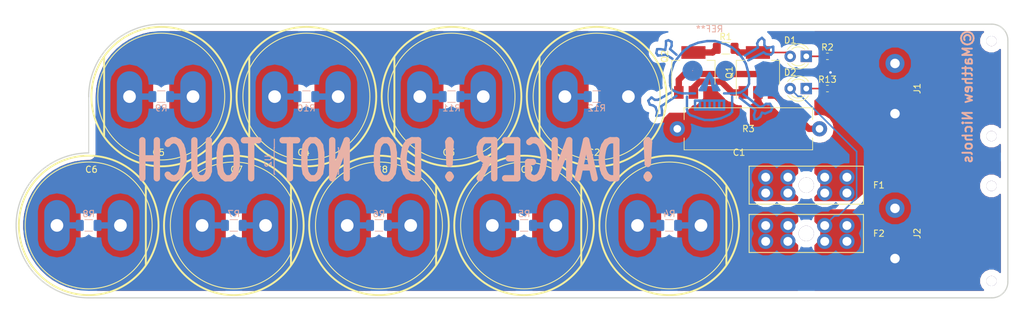
<source format=kicad_pcb>
(kicad_pcb (version 20171130) (host pcbnew "(5.0.0)")

  (general
    (thickness 1.6)
    (drawings 10)
    (tracks 55)
    (zones 0)
    (modules 33)
    (nets 31)
  )

  (page A4)
  (layers
    (0 F.Cu signal)
    (31 B.Cu signal)
    (32 B.Adhes user)
    (33 F.Adhes user)
    (34 B.Paste user)
    (35 F.Paste user)
    (36 B.SilkS user)
    (37 F.SilkS user)
    (38 B.Mask user)
    (39 F.Mask user)
    (40 Dwgs.User user)
    (41 Cmts.User user)
    (42 Eco1.User user)
    (43 Eco2.User user)
    (44 Edge.Cuts user)
    (45 Margin user)
    (46 B.CrtYd user)
    (47 F.CrtYd user)
    (48 B.Fab user)
    (49 F.Fab user)
  )

  (setup
    (last_trace_width 0.25)
    (user_trace_width 1)
    (user_trace_width 8)
    (trace_clearance 0.2)
    (zone_clearance 1)
    (zone_45_only no)
    (trace_min 0.2)
    (segment_width 0.2)
    (edge_width 0.15)
    (via_size 0.8)
    (via_drill 0.4)
    (via_min_size 0.4)
    (via_min_drill 0.3)
    (uvia_size 0.3)
    (uvia_drill 0.1)
    (uvias_allowed no)
    (uvia_min_size 0.2)
    (uvia_min_drill 0.1)
    (pcb_text_width 0.3)
    (pcb_text_size 1.5 1.5)
    (mod_edge_width 0.15)
    (mod_text_size 1 1)
    (mod_text_width 0.15)
    (pad_size 1.524 1.524)
    (pad_drill 0.762)
    (pad_to_mask_clearance 0.2)
    (aux_axis_origin 0 0)
    (visible_elements 7FFFFFFF)
    (pcbplotparams
      (layerselection 0x010fc_ffffffff)
      (usegerberextensions false)
      (usegerberattributes false)
      (usegerberadvancedattributes false)
      (creategerberjobfile false)
      (excludeedgelayer true)
      (linewidth 0.100000)
      (plotframeref false)
      (viasonmask false)
      (mode 1)
      (useauxorigin false)
      (hpglpennumber 1)
      (hpglpenspeed 20)
      (hpglpendiameter 15.000000)
      (psnegative false)
      (psa4output false)
      (plotreference true)
      (plotvalue true)
      (plotinvisibletext false)
      (padsonsilk false)
      (subtractmaskfromsilk false)
      (outputformat 1)
      (mirror false)
      (drillshape 1)
      (scaleselection 1)
      (outputdirectory ""))
  )

  (net 0 "")
  (net 1 "Net-(C1-Pad2)")
  (net 2 "Net-(C1-Pad1)")
  (net 3 "Net-(C2-Pad2)")
  (net 4 "Net-(C3-Pad2)")
  (net 5 "Net-(C4-Pad2)")
  (net 6 "Net-(C5-Pad2)")
  (net 7 "Net-(C6-Pad2)")
  (net 8 "Net-(C7-Pad2)")
  (net 9 "Net-(C8-Pad2)")
  (net 10 GND)
  (net 11 "Net-(D1-Pad2)")
  (net 12 "Net-(D1-Pad1)")
  (net 13 "Net-(D2-Pad2)")
  (net 14 "Net-(D2-Pad1)")
  (net 15 "Net-(F1-Pad2)")
  (net 16 "Net-(Q1-Pad3)")
  (net 17 "Net-(Q1-Pad1)")
  (net 18 "Net-(U1-Pad1)")
  (net 19 "Net-(U1-Pad2)")
  (net 20 "Net-(U1-Pad3)")
  (net 21 "Net-(U1-Pad4)")
  (net 22 "Net-(U1-Pad5)")
  (net 23 "Net-(U1-Pad12)")
  (net 24 "Net-(U1-Pad14)")
  (net 25 "Net-(U1-Pad15)")
  (net 26 "Net-(U1-Pad16)")
  (net 27 "Net-(U2-Pad16)")
  (net 28 "Net-(U2-Pad12)")
  (net 29 "Net-(U2-Pad5)")
  (net 30 "Net-(U2-Pad1)")

  (net_class Default "This is the default net class."
    (clearance 0.2)
    (trace_width 0.25)
    (via_dia 0.8)
    (via_drill 0.4)
    (uvia_dia 0.3)
    (uvia_drill 0.1)
    (add_net GND)
    (add_net "Net-(C1-Pad1)")
    (add_net "Net-(C1-Pad2)")
    (add_net "Net-(C2-Pad2)")
    (add_net "Net-(C3-Pad2)")
    (add_net "Net-(C4-Pad2)")
    (add_net "Net-(C5-Pad2)")
    (add_net "Net-(C6-Pad2)")
    (add_net "Net-(C7-Pad2)")
    (add_net "Net-(C8-Pad2)")
    (add_net "Net-(D1-Pad1)")
    (add_net "Net-(D1-Pad2)")
    (add_net "Net-(D2-Pad1)")
    (add_net "Net-(D2-Pad2)")
    (add_net "Net-(F1-Pad2)")
    (add_net "Net-(Q1-Pad1)")
    (add_net "Net-(Q1-Pad3)")
    (add_net "Net-(U1-Pad1)")
    (add_net "Net-(U1-Pad12)")
    (add_net "Net-(U1-Pad14)")
    (add_net "Net-(U1-Pad15)")
    (add_net "Net-(U1-Pad16)")
    (add_net "Net-(U1-Pad2)")
    (add_net "Net-(U1-Pad3)")
    (add_net "Net-(U1-Pad4)")
    (add_net "Net-(U1-Pad5)")
    (add_net "Net-(U2-Pad1)")
    (add_net "Net-(U2-Pad12)")
    (add_net "Net-(U2-Pad16)")
    (add_net "Net-(U2-Pad5)")
  )

  (module robomaster:CAP_10mm (layer F.Cu) (tedit 5C4BDF6C) (tstamp 5C4BD9F1)
    (at 135.89 83.82 180)
    (path /5C4BC38A)
    (fp_text reference C7 (at 11 -11.5 180) (layer F.SilkS)
      (effects (font (size 1 1) (thickness 0.15)))
    )
    (fp_text value 100F (at 11 -12.5 180) (layer F.Fab)
      (effects (font (size 1 1) (thickness 0.15)))
    )
    (fp_circle (center 0 0) (end 10 0) (layer F.SilkS) (width 0.15))
    (fp_line (start 9 -6.2) (end 9 6.2) (layer F.SilkS) (width 0.3))
    (fp_circle (center 0 0) (end 11 0) (layer F.SilkS) (width 0.3))
    (pad 2 thru_hole oval (at -5 0 180) (size 4 8) (drill 2) (layers *.Cu *.Mask)
      (net 8 "Net-(C7-Pad2)"))
    (pad 1 thru_hole oval (at 5 0 180) (size 4 8) (drill 2) (layers *.Cu *.Mask)
      (net 7 "Net-(C6-Pad2)"))
    (model ${KISYS3DMOD}/Capacitor_THT.3dshapes/CP_Radial_D22.0mm_P10.00mm_SnapIn.step
      (offset (xyz -5 0 0))
      (scale (xyz 1 1 2))
      (rotate (xyz 0 0 0))
    )
  )

  (module robomaster:CAP_10mm (layer F.Cu) (tedit 5C4BDF6C) (tstamp 5C4BD9BB)
    (at 193.04 104.14)
    (path /5C4BBD75)
    (fp_text reference C1 (at 11 -11.5) (layer F.SilkS)
      (effects (font (size 1 1) (thickness 0.15)))
    )
    (fp_text value 100F (at 11 -12.5) (layer F.Fab)
      (effects (font (size 1 1) (thickness 0.15)))
    )
    (fp_circle (center 0 0) (end 10 0) (layer F.SilkS) (width 0.15))
    (fp_line (start 9 -6.2) (end 9 6.2) (layer F.SilkS) (width 0.3))
    (fp_circle (center 0 0) (end 11 0) (layer F.SilkS) (width 0.3))
    (pad 2 thru_hole oval (at -5 0) (size 4 8) (drill 2) (layers *.Cu *.Mask)
      (net 1 "Net-(C1-Pad2)"))
    (pad 1 thru_hole oval (at 5 0) (size 4 8) (drill 2) (layers *.Cu *.Mask)
      (net 2 "Net-(C1-Pad1)"))
    (model ${KISYS3DMOD}/Capacitor_THT.3dshapes/CP_Radial_D22.0mm_P10.00mm_SnapIn.step
      (offset (xyz -5 0 0))
      (scale (xyz 1 1 2))
      (rotate (xyz 0 0 0))
    )
  )

  (module robomaster:CAP_10mm (layer F.Cu) (tedit 5C4BDF6C) (tstamp 5C4BD9C4)
    (at 170.18 104.14)
    (path /5C4BC064)
    (fp_text reference C2 (at 11 -11.5) (layer F.SilkS)
      (effects (font (size 1 1) (thickness 0.15)))
    )
    (fp_text value 100F (at 11 -12.5) (layer F.Fab)
      (effects (font (size 1 1) (thickness 0.15)))
    )
    (fp_circle (center 0 0) (end 10 0) (layer F.SilkS) (width 0.15))
    (fp_line (start 9 -6.2) (end 9 6.2) (layer F.SilkS) (width 0.3))
    (fp_circle (center 0 0) (end 11 0) (layer F.SilkS) (width 0.3))
    (pad 2 thru_hole oval (at -5 0) (size 4 8) (drill 2) (layers *.Cu *.Mask)
      (net 3 "Net-(C2-Pad2)"))
    (pad 1 thru_hole oval (at 5 0) (size 4 8) (drill 2) (layers *.Cu *.Mask)
      (net 1 "Net-(C1-Pad2)"))
    (model ${KISYS3DMOD}/Capacitor_THT.3dshapes/CP_Radial_D22.0mm_P10.00mm_SnapIn.step
      (offset (xyz -5 0 0))
      (scale (xyz 1 1 2))
      (rotate (xyz 0 0 0))
    )
  )

  (module robomaster:CAP_10mm (layer F.Cu) (tedit 5C4BDF6C) (tstamp 5C4BD9CD)
    (at 147.32 104.14)
    (path /5C4BC188)
    (fp_text reference C3 (at 11 -11.5) (layer F.SilkS)
      (effects (font (size 1 1) (thickness 0.15)))
    )
    (fp_text value 100F (at 11 -12.5) (layer F.Fab)
      (effects (font (size 1 1) (thickness 0.15)))
    )
    (fp_circle (center 0 0) (end 10 0) (layer F.SilkS) (width 0.15))
    (fp_line (start 9 -6.2) (end 9 6.2) (layer F.SilkS) (width 0.3))
    (fp_circle (center 0 0) (end 11 0) (layer F.SilkS) (width 0.3))
    (pad 2 thru_hole oval (at -5 0) (size 4 8) (drill 2) (layers *.Cu *.Mask)
      (net 4 "Net-(C3-Pad2)"))
    (pad 1 thru_hole oval (at 5 0) (size 4 8) (drill 2) (layers *.Cu *.Mask)
      (net 3 "Net-(C2-Pad2)"))
    (model ${KISYS3DMOD}/Capacitor_THT.3dshapes/CP_Radial_D22.0mm_P10.00mm_SnapIn.step
      (offset (xyz -5 0 0))
      (scale (xyz 1 1 2))
      (rotate (xyz 0 0 0))
    )
  )

  (module robomaster:CAP_10mm (layer F.Cu) (tedit 5C4BDF6C) (tstamp 5C4BD9D6)
    (at 124.46 104.14)
    (path /5C4BC196)
    (fp_text reference C4 (at 11 -11.5) (layer F.SilkS)
      (effects (font (size 1 1) (thickness 0.15)))
    )
    (fp_text value 100F (at 11 -12.5) (layer F.Fab)
      (effects (font (size 1 1) (thickness 0.15)))
    )
    (fp_circle (center 0 0) (end 10 0) (layer F.SilkS) (width 0.15))
    (fp_line (start 9 -6.2) (end 9 6.2) (layer F.SilkS) (width 0.3))
    (fp_circle (center 0 0) (end 11 0) (layer F.SilkS) (width 0.3))
    (pad 2 thru_hole oval (at -5 0) (size 4 8) (drill 2) (layers *.Cu *.Mask)
      (net 5 "Net-(C4-Pad2)"))
    (pad 1 thru_hole oval (at 5 0) (size 4 8) (drill 2) (layers *.Cu *.Mask)
      (net 4 "Net-(C3-Pad2)"))
    (model ${KISYS3DMOD}/Capacitor_THT.3dshapes/CP_Radial_D22.0mm_P10.00mm_SnapIn.step
      (offset (xyz -5 0 0))
      (scale (xyz 1 1 2))
      (rotate (xyz 0 0 0))
    )
  )

  (module robomaster:CAP_10mm (layer F.Cu) (tedit 5C4BDF6C) (tstamp 5C4BD9DF)
    (at 101.6 104.14)
    (path /5C4BC36E)
    (fp_text reference C5 (at 11 -11.5) (layer F.SilkS)
      (effects (font (size 1 1) (thickness 0.15)))
    )
    (fp_text value 100F (at 11 -12.5) (layer F.Fab)
      (effects (font (size 1 1) (thickness 0.15)))
    )
    (fp_circle (center 0 0) (end 10 0) (layer F.SilkS) (width 0.15))
    (fp_line (start 9 -6.2) (end 9 6.2) (layer F.SilkS) (width 0.3))
    (fp_circle (center 0 0) (end 11 0) (layer F.SilkS) (width 0.3))
    (pad 2 thru_hole oval (at -5 0) (size 4 8) (drill 2) (layers *.Cu *.Mask)
      (net 6 "Net-(C5-Pad2)"))
    (pad 1 thru_hole oval (at 5 0) (size 4 8) (drill 2) (layers *.Cu *.Mask)
      (net 5 "Net-(C4-Pad2)"))
    (model ${KISYS3DMOD}/Capacitor_THT.3dshapes/CP_Radial_D22.0mm_P10.00mm_SnapIn.step
      (offset (xyz -5 0 0))
      (scale (xyz 1 1 2))
      (rotate (xyz 0 0 0))
    )
  )

  (module robomaster:CAP_10mm (layer F.Cu) (tedit 5C4BDF6C) (tstamp 5C4BD9E8)
    (at 113.03 83.82 180)
    (path /5C4BC37C)
    (fp_text reference C6 (at 11 -11.5 180) (layer F.SilkS)
      (effects (font (size 1 1) (thickness 0.15)))
    )
    (fp_text value 100F (at 11 -12.5 180) (layer F.Fab)
      (effects (font (size 1 1) (thickness 0.15)))
    )
    (fp_circle (center 0 0) (end 10 0) (layer F.SilkS) (width 0.15))
    (fp_line (start 9 -6.2) (end 9 6.2) (layer F.SilkS) (width 0.3))
    (fp_circle (center 0 0) (end 11 0) (layer F.SilkS) (width 0.3))
    (pad 2 thru_hole oval (at -5 0 180) (size 4 8) (drill 2) (layers *.Cu *.Mask)
      (net 7 "Net-(C6-Pad2)"))
    (pad 1 thru_hole oval (at 5 0 180) (size 4 8) (drill 2) (layers *.Cu *.Mask)
      (net 6 "Net-(C5-Pad2)"))
    (model ${KISYS3DMOD}/Capacitor_THT.3dshapes/CP_Radial_D22.0mm_P10.00mm_SnapIn.step
      (offset (xyz -5 0 0))
      (scale (xyz 1 1 2))
      (rotate (xyz 0 0 0))
    )
  )

  (module robomaster:CAP_10mm (layer F.Cu) (tedit 5C4BDF6C) (tstamp 5C4BDA03)
    (at 181.61 83.82 180)
    (path /5C4BC40E)
    (fp_text reference C9 (at 11 -11.5 180) (layer F.SilkS)
      (effects (font (size 1 1) (thickness 0.15)))
    )
    (fp_text value 100F (at 11 -12.5 180) (layer F.Fab)
      (effects (font (size 1 1) (thickness 0.15)))
    )
    (fp_circle (center 0 0) (end 10 0) (layer F.SilkS) (width 0.15))
    (fp_line (start 9 -6.2) (end 9 6.2) (layer F.SilkS) (width 0.3))
    (fp_circle (center 0 0) (end 11 0) (layer F.SilkS) (width 0.3))
    (pad 2 thru_hole oval (at -5 0 180) (size 4 8) (drill 2) (layers *.Cu *.Mask)
      (net 10 GND))
    (pad 1 thru_hole oval (at 5 0 180) (size 4 8) (drill 2) (layers *.Cu *.Mask)
      (net 9 "Net-(C8-Pad2)"))
    (model ${KISYS3DMOD}/Capacitor_THT.3dshapes/CP_Radial_D22.0mm_P10.00mm_SnapIn.step
      (offset (xyz -5 0 0))
      (scale (xyz 1 1 2))
      (rotate (xyz 0 0 0))
    )
  )

  (module robomaster:CAP_10mm (layer F.Cu) (tedit 5C4BDF6C) (tstamp 5C4BD9FA)
    (at 158.75 83.82 180)
    (path /5C4BC398)
    (fp_text reference C8 (at 11 -11.5 180) (layer F.SilkS)
      (effects (font (size 1 1) (thickness 0.15)))
    )
    (fp_text value 100F (at 11 -12.5 180) (layer F.Fab)
      (effects (font (size 1 1) (thickness 0.15)))
    )
    (fp_circle (center 0 0) (end 10 0) (layer F.SilkS) (width 0.15))
    (fp_line (start 9 -6.2) (end 9 6.2) (layer F.SilkS) (width 0.3))
    (fp_circle (center 0 0) (end 11 0) (layer F.SilkS) (width 0.3))
    (pad 2 thru_hole oval (at -5 0 180) (size 4 8) (drill 2) (layers *.Cu *.Mask)
      (net 9 "Net-(C8-Pad2)"))
    (pad 1 thru_hole oval (at 5 0 180) (size 4 8) (drill 2) (layers *.Cu *.Mask)
      (net 8 "Net-(C7-Pad2)"))
    (model ${KISYS3DMOD}/Capacitor_THT.3dshapes/CP_Radial_D22.0mm_P10.00mm_SnapIn.step
      (offset (xyz -5 0 0))
      (scale (xyz 1 1 2))
      (rotate (xyz 0 0 0))
    )
  )

  (module robomaster:fuse_holder (layer F.Cu) (tedit 5C4BDCA2) (tstamp 5C4BDA36)
    (at 214.63 97.79)
    (path /5C4BBC4E)
    (fp_text reference F1 (at 11.43 0) (layer F.SilkS)
      (effects (font (size 1 1) (thickness 0.15)))
    )
    (fp_text value "Fuse 5A" (at 8 -10.5) (layer F.Fab)
      (effects (font (size 1 1) (thickness 0.15)))
    )
    (fp_line (start 9 -3) (end -9 -3) (layer F.SilkS) (width 0.15))
    (fp_line (start -9 -3) (end -9 3) (layer F.SilkS) (width 0.15))
    (fp_line (start -9 3) (end 9 3) (layer F.SilkS) (width 0.15))
    (fp_line (start 9 3) (end 9 -3) (layer F.SilkS) (width 0.15))
    (pad "" thru_hole circle (at 0 0) (size 2.4 2.4) (drill 2.4) (layers *.Cu *.Mask))
    (pad 1 thru_hole circle (at -2.9 -1.25) (size 2.4 2.4) (drill 1.4) (layers *.Cu *.Mask)
      (net 11 "Net-(D1-Pad2)"))
    (pad 1 thru_hole circle (at -6.4 -1.25) (size 2.4 2.4) (drill 1.4) (layers *.Cu *.Mask)
      (net 11 "Net-(D1-Pad2)"))
    (pad 1 thru_hole circle (at -2.9 1.25) (size 2.4 2.4) (drill 1.4) (layers *.Cu *.Mask)
      (net 11 "Net-(D1-Pad2)"))
    (pad 1 thru_hole circle (at -6.4 1.25) (size 2.4 2.4) (drill 1.4) (layers *.Cu *.Mask)
      (net 11 "Net-(D1-Pad2)"))
    (pad 2 thru_hole circle (at 2.9 -1.25) (size 2.4 2.4) (drill 1.4) (layers *.Cu *.Mask)
      (net 15 "Net-(F1-Pad2)"))
    (pad 2 thru_hole circle (at 6.4 -1.25) (size 2.4 2.4) (drill 1.4) (layers *.Cu *.Mask)
      (net 15 "Net-(F1-Pad2)"))
    (pad 2 thru_hole circle (at 6.4 1.25) (size 2.4 2.4) (drill 1.4) (layers *.Cu *.Mask)
      (net 15 "Net-(F1-Pad2)"))
    (pad 2 thru_hole circle (at 2.9 1.25) (size 2.4 2.4) (drill 1.4) (layers *.Cu *.Mask)
      (net 15 "Net-(F1-Pad2)"))
  )

  (module robomaster:fuse_holder (layer F.Cu) (tedit 5C4BC129) (tstamp 5C4BDA47)
    (at 214.63 105.41 180)
    (path /5C4BD0D4)
    (fp_text reference F2 (at -11.43 0 180) (layer F.SilkS)
      (effects (font (size 1 1) (thickness 0.15)))
    )
    (fp_text value "Fuse 40A" (at 8 -10.5 180) (layer F.Fab)
      (effects (font (size 1 1) (thickness 0.15)))
    )
    (fp_line (start 9 3) (end 9 -3) (layer F.SilkS) (width 0.15))
    (fp_line (start -9 3) (end 9 3) (layer F.SilkS) (width 0.15))
    (fp_line (start -9 -3) (end -9 3) (layer F.SilkS) (width 0.15))
    (fp_line (start 9 -3) (end -9 -3) (layer F.SilkS) (width 0.15))
    (pad 2 thru_hole circle (at 2.9 1.25 180) (size 2.4 2.4) (drill 1.4) (layers *.Cu *.Mask)
      (net 2 "Net-(C1-Pad1)"))
    (pad 2 thru_hole circle (at 6.4 1.25 180) (size 2.4 2.4) (drill 1.4) (layers *.Cu *.Mask)
      (net 2 "Net-(C1-Pad1)"))
    (pad 2 thru_hole circle (at 6.4 -1.25 180) (size 2.4 2.4) (drill 1.4) (layers *.Cu *.Mask)
      (net 2 "Net-(C1-Pad1)"))
    (pad 2 thru_hole circle (at 2.9 -1.25 180) (size 2.4 2.4) (drill 1.4) (layers *.Cu *.Mask)
      (net 2 "Net-(C1-Pad1)"))
    (pad 1 thru_hole circle (at -6.4 1.25 180) (size 2.4 2.4) (drill 1.4) (layers *.Cu *.Mask)
      (net 13 "Net-(D2-Pad2)"))
    (pad 1 thru_hole circle (at -2.9 1.25 180) (size 2.4 2.4) (drill 1.4) (layers *.Cu *.Mask)
      (net 13 "Net-(D2-Pad2)"))
    (pad 1 thru_hole circle (at -6.4 -1.25 180) (size 2.4 2.4) (drill 1.4) (layers *.Cu *.Mask)
      (net 13 "Net-(D2-Pad2)"))
    (pad 1 thru_hole circle (at -2.9 -1.25 180) (size 2.4 2.4) (drill 1.4) (layers *.Cu *.Mask)
      (net 13 "Net-(D2-Pad2)"))
    (pad "" thru_hole circle (at 0 0 180) (size 2.4 2.4) (drill 2.4) (layers *.Cu *.Mask))
  )

  (module robomaster:H10710 (layer F.Cu) (tedit 5C4BC469) (tstamp 5C4BDA4F)
    (at 228.6 82.55 270)
    (path /5C4CADF5)
    (fp_text reference J1 (at 0 -3.5 270) (layer F.SilkS)
      (effects (font (size 1 1) (thickness 0.15)))
    )
    (fp_text value Conn_01x02_Female (at 0 -4.5 270) (layer F.Fab)
      (effects (font (size 1 1) (thickness 0.15)))
    )
    (pad 1 thru_hole circle (at -3.96 0 270) (size 3 3) (drill 1.5) (layers *.Cu *.Mask)
      (net 15 "Net-(F1-Pad2)"))
    (pad 2 thru_hole circle (at 3.96 0 270) (size 3 3) (drill 1.5) (layers *.Cu *.Mask)
      (net 10 GND))
    (pad "" thru_hole circle (at -7.5 -15.2 270) (size 1.6 1.6) (drill 1.6) (layers *.Cu *.Mask))
    (pad "" thru_hole circle (at 7.5 -15.2 270) (size 1.6 1.6) (drill 1.6) (layers *.Cu *.Mask))
  )

  (module robomaster:H10710 (layer F.Cu) (tedit 5C4BC469) (tstamp 5C4BDA57)
    (at 228.6 105.41 270)
    (path /5C4CACB6)
    (fp_text reference J2 (at 0 -3.5 270) (layer F.SilkS)
      (effects (font (size 1 1) (thickness 0.15)))
    )
    (fp_text value Conn_01x02_Female (at 0 -4.5 270) (layer F.Fab)
      (effects (font (size 1 1) (thickness 0.15)))
    )
    (pad "" thru_hole circle (at 7.5 -15.2 270) (size 1.6 1.6) (drill 1.6) (layers *.Cu *.Mask))
    (pad "" thru_hole circle (at -7.5 -15.2 270) (size 1.6 1.6) (drill 1.6) (layers *.Cu *.Mask))
    (pad 2 thru_hole circle (at 3.96 0 270) (size 3 3) (drill 1.5) (layers *.Cu *.Mask)
      (net 10 GND))
    (pad 1 thru_hole circle (at -3.96 0 270) (size 3 3) (drill 1.5) (layers *.Cu *.Mask)
      (net 13 "Net-(D2-Pad2)"))
  )

  (module Package_TO_SOT_SMD:SOT-223-3_TabPin2 (layer F.Cu) (tedit 5A02FF57) (tstamp 5C4BDA6D)
    (at 207.01 80.01 90)
    (descr "module CMS SOT223 4 pins")
    (tags "CMS SOT")
    (path /5C4BB816)
    (attr smd)
    (fp_text reference Q1 (at 0 -4.5 90) (layer F.SilkS)
      (effects (font (size 1 1) (thickness 0.15)))
    )
    (fp_text value Q_NPN_BCE (at 0 4.5 90) (layer F.Fab)
      (effects (font (size 1 1) (thickness 0.15)))
    )
    (fp_text user %R (at 0 0 180) (layer F.Fab)
      (effects (font (size 0.8 0.8) (thickness 0.12)))
    )
    (fp_line (start 1.91 3.41) (end 1.91 2.15) (layer F.SilkS) (width 0.12))
    (fp_line (start 1.91 -3.41) (end 1.91 -2.15) (layer F.SilkS) (width 0.12))
    (fp_line (start 4.4 -3.6) (end -4.4 -3.6) (layer F.CrtYd) (width 0.05))
    (fp_line (start 4.4 3.6) (end 4.4 -3.6) (layer F.CrtYd) (width 0.05))
    (fp_line (start -4.4 3.6) (end 4.4 3.6) (layer F.CrtYd) (width 0.05))
    (fp_line (start -4.4 -3.6) (end -4.4 3.6) (layer F.CrtYd) (width 0.05))
    (fp_line (start -1.85 -2.35) (end -0.85 -3.35) (layer F.Fab) (width 0.1))
    (fp_line (start -1.85 -2.35) (end -1.85 3.35) (layer F.Fab) (width 0.1))
    (fp_line (start -1.85 3.41) (end 1.91 3.41) (layer F.SilkS) (width 0.12))
    (fp_line (start -0.85 -3.35) (end 1.85 -3.35) (layer F.Fab) (width 0.1))
    (fp_line (start -4.1 -3.41) (end 1.91 -3.41) (layer F.SilkS) (width 0.12))
    (fp_line (start -1.85 3.35) (end 1.85 3.35) (layer F.Fab) (width 0.1))
    (fp_line (start 1.85 -3.35) (end 1.85 3.35) (layer F.Fab) (width 0.1))
    (pad 2 smd rect (at 3.15 0 90) (size 2 3.8) (layers F.Cu F.Paste F.Mask)
      (net 11 "Net-(D1-Pad2)"))
    (pad 2 smd rect (at -3.15 0 90) (size 2 1.5) (layers F.Cu F.Paste F.Mask)
      (net 11 "Net-(D1-Pad2)"))
    (pad 3 smd rect (at -3.15 2.3 90) (size 2 1.5) (layers F.Cu F.Paste F.Mask)
      (net 16 "Net-(Q1-Pad3)"))
    (pad 1 smd rect (at -3.15 -2.3 90) (size 2 1.5) (layers F.Cu F.Paste F.Mask)
      (net 17 "Net-(Q1-Pad1)"))
    (model ${KISYS3DMOD}/Package_TO_SOT_SMD.3dshapes/SOT-223.wrl
      (at (xyz 0 0 0))
      (scale (xyz 1 1 1))
      (rotate (xyz 0 0 0))
    )
  )

  (module Package_TO_SOT_SMD:SOT-223-3_TabPin2 (layer F.Cu) (tedit 5A02FF57) (tstamp 5C4BDA83)
    (at 196.85 80.01 90)
    (descr "module CMS SOT223 4 pins")
    (tags "CMS SOT")
    (path /5C4BB9CF)
    (attr smd)
    (fp_text reference Q2 (at 2.54 -4.5 90) (layer F.SilkS)
      (effects (font (size 1 1) (thickness 0.15)))
    )
    (fp_text value Q_NPN_BCE (at 0 4.5 90) (layer F.Fab)
      (effects (font (size 1 1) (thickness 0.15)))
    )
    (fp_line (start 1.85 -3.35) (end 1.85 3.35) (layer F.Fab) (width 0.1))
    (fp_line (start -1.85 3.35) (end 1.85 3.35) (layer F.Fab) (width 0.1))
    (fp_line (start -4.1 -3.41) (end 1.91 -3.41) (layer F.SilkS) (width 0.12))
    (fp_line (start -0.85 -3.35) (end 1.85 -3.35) (layer F.Fab) (width 0.1))
    (fp_line (start -1.85 3.41) (end 1.91 3.41) (layer F.SilkS) (width 0.12))
    (fp_line (start -1.85 -2.35) (end -1.85 3.35) (layer F.Fab) (width 0.1))
    (fp_line (start -1.85 -2.35) (end -0.85 -3.35) (layer F.Fab) (width 0.1))
    (fp_line (start -4.4 -3.6) (end -4.4 3.6) (layer F.CrtYd) (width 0.05))
    (fp_line (start -4.4 3.6) (end 4.4 3.6) (layer F.CrtYd) (width 0.05))
    (fp_line (start 4.4 3.6) (end 4.4 -3.6) (layer F.CrtYd) (width 0.05))
    (fp_line (start 4.4 -3.6) (end -4.4 -3.6) (layer F.CrtYd) (width 0.05))
    (fp_line (start 1.91 -3.41) (end 1.91 -2.15) (layer F.SilkS) (width 0.12))
    (fp_line (start 1.91 3.41) (end 1.91 2.15) (layer F.SilkS) (width 0.12))
    (fp_text user %R (at 0 0 180) (layer F.Fab)
      (effects (font (size 0.8 0.8) (thickness 0.12)))
    )
    (pad 1 smd rect (at -3.15 -2.3 90) (size 2 1.5) (layers F.Cu F.Paste F.Mask)
      (net 16 "Net-(Q1-Pad3)"))
    (pad 3 smd rect (at -3.15 2.3 90) (size 2 1.5) (layers F.Cu F.Paste F.Mask)
      (net 2 "Net-(C1-Pad1)"))
    (pad 2 smd rect (at -3.15 0 90) (size 2 1.5) (layers F.Cu F.Paste F.Mask)
      (net 17 "Net-(Q1-Pad1)"))
    (pad 2 smd rect (at 3.15 0 90) (size 2 3.8) (layers F.Cu F.Paste F.Mask)
      (net 17 "Net-(Q1-Pad1)"))
    (model ${KISYS3DMOD}/Package_TO_SOT_SMD.3dshapes/SOT-223.wrl
      (at (xyz 0 0 0))
      (scale (xyz 1 1 1))
      (rotate (xyz 0 0 0))
    )
  )

  (module LED_THT:LED_D3.0mm (layer F.Cu) (tedit 587A3A7B) (tstamp 5C4BE4B1)
    (at 214.63 77.47 180)
    (descr "LED, diameter 3.0mm, 2 pins")
    (tags "LED diameter 3.0mm 2 pins")
    (path /5C4BCDAF)
    (fp_text reference D1 (at 2.54 2.54 180) (layer F.SilkS)
      (effects (font (size 1 1) (thickness 0.15)))
    )
    (fp_text value LED (at 1.27 2.96 180) (layer F.Fab)
      (effects (font (size 1 1) (thickness 0.15)))
    )
    (fp_arc (start 1.27 0) (end -0.23 -1.16619) (angle 284.3) (layer F.Fab) (width 0.1))
    (fp_arc (start 1.27 0) (end -0.29 -1.235516) (angle 108.8) (layer F.SilkS) (width 0.12))
    (fp_arc (start 1.27 0) (end -0.29 1.235516) (angle -108.8) (layer F.SilkS) (width 0.12))
    (fp_arc (start 1.27 0) (end 0.229039 -1.08) (angle 87.9) (layer F.SilkS) (width 0.12))
    (fp_arc (start 1.27 0) (end 0.229039 1.08) (angle -87.9) (layer F.SilkS) (width 0.12))
    (fp_circle (center 1.27 0) (end 2.77 0) (layer F.Fab) (width 0.1))
    (fp_line (start -0.23 -1.16619) (end -0.23 1.16619) (layer F.Fab) (width 0.1))
    (fp_line (start -0.29 -1.236) (end -0.29 -1.08) (layer F.SilkS) (width 0.12))
    (fp_line (start -0.29 1.08) (end -0.29 1.236) (layer F.SilkS) (width 0.12))
    (fp_line (start -1.15 -2.25) (end -1.15 2.25) (layer F.CrtYd) (width 0.05))
    (fp_line (start -1.15 2.25) (end 3.7 2.25) (layer F.CrtYd) (width 0.05))
    (fp_line (start 3.7 2.25) (end 3.7 -2.25) (layer F.CrtYd) (width 0.05))
    (fp_line (start 3.7 -2.25) (end -1.15 -2.25) (layer F.CrtYd) (width 0.05))
    (pad 1 thru_hole rect (at 0 0 180) (size 1.8 1.8) (drill 0.9) (layers *.Cu *.Mask)
      (net 12 "Net-(D1-Pad1)"))
    (pad 2 thru_hole circle (at 2.54 0 180) (size 1.8 1.8) (drill 0.9) (layers *.Cu *.Mask)
      (net 11 "Net-(D1-Pad2)"))
    (model ${KISYS3DMOD}/LED_THT.3dshapes/LED_D3.0mm.wrl
      (at (xyz 0 0 0))
      (scale (xyz 1 1 1))
      (rotate (xyz 0 0 0))
    )
  )

  (module LED_THT:LED_D3.0mm (layer F.Cu) (tedit 587A3A7B) (tstamp 5C4BE4C4)
    (at 214.63 82.55 180)
    (descr "LED, diameter 3.0mm, 2 pins")
    (tags "LED diameter 3.0mm 2 pins")
    (path /5C4BD094)
    (fp_text reference D2 (at 2.54 2.54 180) (layer F.SilkS)
      (effects (font (size 1 1) (thickness 0.15)))
    )
    (fp_text value LED (at 1.27 2.96 180) (layer F.Fab)
      (effects (font (size 1 1) (thickness 0.15)))
    )
    (fp_line (start 3.7 -2.25) (end -1.15 -2.25) (layer F.CrtYd) (width 0.05))
    (fp_line (start 3.7 2.25) (end 3.7 -2.25) (layer F.CrtYd) (width 0.05))
    (fp_line (start -1.15 2.25) (end 3.7 2.25) (layer F.CrtYd) (width 0.05))
    (fp_line (start -1.15 -2.25) (end -1.15 2.25) (layer F.CrtYd) (width 0.05))
    (fp_line (start -0.29 1.08) (end -0.29 1.236) (layer F.SilkS) (width 0.12))
    (fp_line (start -0.29 -1.236) (end -0.29 -1.08) (layer F.SilkS) (width 0.12))
    (fp_line (start -0.23 -1.16619) (end -0.23 1.16619) (layer F.Fab) (width 0.1))
    (fp_circle (center 1.27 0) (end 2.77 0) (layer F.Fab) (width 0.1))
    (fp_arc (start 1.27 0) (end 0.229039 1.08) (angle -87.9) (layer F.SilkS) (width 0.12))
    (fp_arc (start 1.27 0) (end 0.229039 -1.08) (angle 87.9) (layer F.SilkS) (width 0.12))
    (fp_arc (start 1.27 0) (end -0.29 1.235516) (angle -108.8) (layer F.SilkS) (width 0.12))
    (fp_arc (start 1.27 0) (end -0.29 -1.235516) (angle 108.8) (layer F.SilkS) (width 0.12))
    (fp_arc (start 1.27 0) (end -0.23 -1.16619) (angle 284.3) (layer F.Fab) (width 0.1))
    (pad 2 thru_hole circle (at 2.54 0 180) (size 1.8 1.8) (drill 0.9) (layers *.Cu *.Mask)
      (net 13 "Net-(D2-Pad2)"))
    (pad 1 thru_hole rect (at 0 0 180) (size 1.8 1.8) (drill 0.9) (layers *.Cu *.Mask)
      (net 14 "Net-(D2-Pad1)"))
    (model ${KISYS3DMOD}/LED_THT.3dshapes/LED_D3.0mm.wrl
      (at (xyz 0 0 0))
      (scale (xyz 1 1 1))
      (rotate (xyz 0 0 0))
    )
  )

  (module Resistor_SMD:R_0603_1608Metric (layer F.Cu) (tedit 5B301BBD) (tstamp 5C4BE4E6)
    (at 217.9575 77.47)
    (descr "Resistor SMD 0603 (1608 Metric), square (rectangular) end terminal, IPC_7351 nominal, (Body size source: http://www.tortai-tech.com/upload/download/2011102023233369053.pdf), generated with kicad-footprint-generator")
    (tags resistor)
    (path /5C4BCF13)
    (attr smd)
    (fp_text reference R2 (at 0 -1.43) (layer F.SilkS)
      (effects (font (size 1 1) (thickness 0.15)))
    )
    (fp_text value 10K (at 0 1.43) (layer F.Fab)
      (effects (font (size 1 1) (thickness 0.15)))
    )
    (fp_line (start -0.8 0.4) (end -0.8 -0.4) (layer F.Fab) (width 0.1))
    (fp_line (start -0.8 -0.4) (end 0.8 -0.4) (layer F.Fab) (width 0.1))
    (fp_line (start 0.8 -0.4) (end 0.8 0.4) (layer F.Fab) (width 0.1))
    (fp_line (start 0.8 0.4) (end -0.8 0.4) (layer F.Fab) (width 0.1))
    (fp_line (start -0.162779 -0.51) (end 0.162779 -0.51) (layer F.SilkS) (width 0.12))
    (fp_line (start -0.162779 0.51) (end 0.162779 0.51) (layer F.SilkS) (width 0.12))
    (fp_line (start -1.48 0.73) (end -1.48 -0.73) (layer F.CrtYd) (width 0.05))
    (fp_line (start -1.48 -0.73) (end 1.48 -0.73) (layer F.CrtYd) (width 0.05))
    (fp_line (start 1.48 -0.73) (end 1.48 0.73) (layer F.CrtYd) (width 0.05))
    (fp_line (start 1.48 0.73) (end -1.48 0.73) (layer F.CrtYd) (width 0.05))
    (fp_text user %R (at 0 0) (layer F.Fab)
      (effects (font (size 0.4 0.4) (thickness 0.06)))
    )
    (pad 1 smd roundrect (at -0.7875 0) (size 0.875 0.95) (layers F.Cu F.Paste F.Mask) (roundrect_rratio 0.25)
      (net 12 "Net-(D1-Pad1)"))
    (pad 2 smd roundrect (at 0.7875 0) (size 0.875 0.95) (layers F.Cu F.Paste F.Mask) (roundrect_rratio 0.25)
      (net 10 GND))
    (model ${KISYS3DMOD}/Resistor_SMD.3dshapes/R_0603_1608Metric.wrl
      (at (xyz 0 0 0))
      (scale (xyz 1 1 1))
      (rotate (xyz 0 0 0))
    )
  )

  (module Resistor_SMD:R_1206_3216Metric (layer B.Cu) (tedit 5B301BBD) (tstamp 5C4BE4F7)
    (at 193.04 104.14 180)
    (descr "Resistor SMD 1206 (3216 Metric), square (rectangular) end terminal, IPC_7351 nominal, (Body size source: http://www.tortai-tech.com/upload/download/2011102023233369053.pdf), generated with kicad-footprint-generator")
    (tags resistor)
    (path /5C4BBEE2)
    (attr smd)
    (fp_text reference R4 (at 0 1.82 180) (layer B.SilkS)
      (effects (font (size 1 1) (thickness 0.15)) (justify mirror))
    )
    (fp_text value 100K (at 0 -1.82 180) (layer B.Fab)
      (effects (font (size 1 1) (thickness 0.15)) (justify mirror))
    )
    (fp_line (start -1.6 -0.8) (end -1.6 0.8) (layer B.Fab) (width 0.1))
    (fp_line (start -1.6 0.8) (end 1.6 0.8) (layer B.Fab) (width 0.1))
    (fp_line (start 1.6 0.8) (end 1.6 -0.8) (layer B.Fab) (width 0.1))
    (fp_line (start 1.6 -0.8) (end -1.6 -0.8) (layer B.Fab) (width 0.1))
    (fp_line (start -0.602064 0.91) (end 0.602064 0.91) (layer B.SilkS) (width 0.12))
    (fp_line (start -0.602064 -0.91) (end 0.602064 -0.91) (layer B.SilkS) (width 0.12))
    (fp_line (start -2.28 -1.12) (end -2.28 1.12) (layer B.CrtYd) (width 0.05))
    (fp_line (start -2.28 1.12) (end 2.28 1.12) (layer B.CrtYd) (width 0.05))
    (fp_line (start 2.28 1.12) (end 2.28 -1.12) (layer B.CrtYd) (width 0.05))
    (fp_line (start 2.28 -1.12) (end -2.28 -1.12) (layer B.CrtYd) (width 0.05))
    (fp_text user %R (at 0 0 180) (layer B.Fab)
      (effects (font (size 0.8 0.8) (thickness 0.12)) (justify mirror))
    )
    (pad 1 smd roundrect (at -1.4 0 180) (size 1.25 1.75) (layers B.Cu B.Paste B.Mask) (roundrect_rratio 0.2)
      (net 2 "Net-(C1-Pad1)"))
    (pad 2 smd roundrect (at 1.4 0 180) (size 1.25 1.75) (layers B.Cu B.Paste B.Mask) (roundrect_rratio 0.2)
      (net 1 "Net-(C1-Pad2)"))
    (model ${KISYS3DMOD}/Resistor_SMD.3dshapes/R_1206_3216Metric.wrl
      (at (xyz 0 0 0))
      (scale (xyz 1 1 1))
      (rotate (xyz 0 0 0))
    )
  )

  (module Resistor_SMD:R_1206_3216Metric (layer B.Cu) (tedit 5B301BBD) (tstamp 5C4BE508)
    (at 170.18 104.14 180)
    (descr "Resistor SMD 1206 (3216 Metric), square (rectangular) end terminal, IPC_7351 nominal, (Body size source: http://www.tortai-tech.com/upload/download/2011102023233369053.pdf), generated with kicad-footprint-generator")
    (tags resistor)
    (path /5C4BC06B)
    (attr smd)
    (fp_text reference R5 (at 0 1.82 180) (layer B.SilkS)
      (effects (font (size 1 1) (thickness 0.15)) (justify mirror))
    )
    (fp_text value 100K (at 0 -1.82 180) (layer B.Fab)
      (effects (font (size 1 1) (thickness 0.15)) (justify mirror))
    )
    (fp_text user %R (at 0 0 180) (layer B.Fab)
      (effects (font (size 0.8 0.8) (thickness 0.12)) (justify mirror))
    )
    (fp_line (start 2.28 -1.12) (end -2.28 -1.12) (layer B.CrtYd) (width 0.05))
    (fp_line (start 2.28 1.12) (end 2.28 -1.12) (layer B.CrtYd) (width 0.05))
    (fp_line (start -2.28 1.12) (end 2.28 1.12) (layer B.CrtYd) (width 0.05))
    (fp_line (start -2.28 -1.12) (end -2.28 1.12) (layer B.CrtYd) (width 0.05))
    (fp_line (start -0.602064 -0.91) (end 0.602064 -0.91) (layer B.SilkS) (width 0.12))
    (fp_line (start -0.602064 0.91) (end 0.602064 0.91) (layer B.SilkS) (width 0.12))
    (fp_line (start 1.6 -0.8) (end -1.6 -0.8) (layer B.Fab) (width 0.1))
    (fp_line (start 1.6 0.8) (end 1.6 -0.8) (layer B.Fab) (width 0.1))
    (fp_line (start -1.6 0.8) (end 1.6 0.8) (layer B.Fab) (width 0.1))
    (fp_line (start -1.6 -0.8) (end -1.6 0.8) (layer B.Fab) (width 0.1))
    (pad 2 smd roundrect (at 1.4 0 180) (size 1.25 1.75) (layers B.Cu B.Paste B.Mask) (roundrect_rratio 0.2)
      (net 3 "Net-(C2-Pad2)"))
    (pad 1 smd roundrect (at -1.4 0 180) (size 1.25 1.75) (layers B.Cu B.Paste B.Mask) (roundrect_rratio 0.2)
      (net 1 "Net-(C1-Pad2)"))
    (model ${KISYS3DMOD}/Resistor_SMD.3dshapes/R_1206_3216Metric.wrl
      (at (xyz 0 0 0))
      (scale (xyz 1 1 1))
      (rotate (xyz 0 0 0))
    )
  )

  (module Resistor_SMD:R_1206_3216Metric (layer B.Cu) (tedit 5B301BBD) (tstamp 5C4BE519)
    (at 147.32 104.14 180)
    (descr "Resistor SMD 1206 (3216 Metric), square (rectangular) end terminal, IPC_7351 nominal, (Body size source: http://www.tortai-tech.com/upload/download/2011102023233369053.pdf), generated with kicad-footprint-generator")
    (tags resistor)
    (path /5C4BC18F)
    (attr smd)
    (fp_text reference R6 (at 0 1.82 180) (layer B.SilkS)
      (effects (font (size 1 1) (thickness 0.15)) (justify mirror))
    )
    (fp_text value 100K (at 0 -1.82 180) (layer B.Fab)
      (effects (font (size 1 1) (thickness 0.15)) (justify mirror))
    )
    (fp_line (start -1.6 -0.8) (end -1.6 0.8) (layer B.Fab) (width 0.1))
    (fp_line (start -1.6 0.8) (end 1.6 0.8) (layer B.Fab) (width 0.1))
    (fp_line (start 1.6 0.8) (end 1.6 -0.8) (layer B.Fab) (width 0.1))
    (fp_line (start 1.6 -0.8) (end -1.6 -0.8) (layer B.Fab) (width 0.1))
    (fp_line (start -0.602064 0.91) (end 0.602064 0.91) (layer B.SilkS) (width 0.12))
    (fp_line (start -0.602064 -0.91) (end 0.602064 -0.91) (layer B.SilkS) (width 0.12))
    (fp_line (start -2.28 -1.12) (end -2.28 1.12) (layer B.CrtYd) (width 0.05))
    (fp_line (start -2.28 1.12) (end 2.28 1.12) (layer B.CrtYd) (width 0.05))
    (fp_line (start 2.28 1.12) (end 2.28 -1.12) (layer B.CrtYd) (width 0.05))
    (fp_line (start 2.28 -1.12) (end -2.28 -1.12) (layer B.CrtYd) (width 0.05))
    (fp_text user %R (at 0 0 180) (layer B.Fab)
      (effects (font (size 0.8 0.8) (thickness 0.12)) (justify mirror))
    )
    (pad 1 smd roundrect (at -1.4 0 180) (size 1.25 1.75) (layers B.Cu B.Paste B.Mask) (roundrect_rratio 0.2)
      (net 3 "Net-(C2-Pad2)"))
    (pad 2 smd roundrect (at 1.4 0 180) (size 1.25 1.75) (layers B.Cu B.Paste B.Mask) (roundrect_rratio 0.2)
      (net 4 "Net-(C3-Pad2)"))
    (model ${KISYS3DMOD}/Resistor_SMD.3dshapes/R_1206_3216Metric.wrl
      (at (xyz 0 0 0))
      (scale (xyz 1 1 1))
      (rotate (xyz 0 0 0))
    )
  )

  (module Resistor_SMD:R_1206_3216Metric (layer B.Cu) (tedit 5B301BBD) (tstamp 5C4BE52A)
    (at 124.46 104.14 180)
    (descr "Resistor SMD 1206 (3216 Metric), square (rectangular) end terminal, IPC_7351 nominal, (Body size source: http://www.tortai-tech.com/upload/download/2011102023233369053.pdf), generated with kicad-footprint-generator")
    (tags resistor)
    (path /5C4BC19D)
    (attr smd)
    (fp_text reference R7 (at 0 1.82 180) (layer B.SilkS)
      (effects (font (size 1 1) (thickness 0.15)) (justify mirror))
    )
    (fp_text value 100K (at 0 -1.82 180) (layer B.Fab)
      (effects (font (size 1 1) (thickness 0.15)) (justify mirror))
    )
    (fp_line (start -1.6 -0.8) (end -1.6 0.8) (layer B.Fab) (width 0.1))
    (fp_line (start -1.6 0.8) (end 1.6 0.8) (layer B.Fab) (width 0.1))
    (fp_line (start 1.6 0.8) (end 1.6 -0.8) (layer B.Fab) (width 0.1))
    (fp_line (start 1.6 -0.8) (end -1.6 -0.8) (layer B.Fab) (width 0.1))
    (fp_line (start -0.602064 0.91) (end 0.602064 0.91) (layer B.SilkS) (width 0.12))
    (fp_line (start -0.602064 -0.91) (end 0.602064 -0.91) (layer B.SilkS) (width 0.12))
    (fp_line (start -2.28 -1.12) (end -2.28 1.12) (layer B.CrtYd) (width 0.05))
    (fp_line (start -2.28 1.12) (end 2.28 1.12) (layer B.CrtYd) (width 0.05))
    (fp_line (start 2.28 1.12) (end 2.28 -1.12) (layer B.CrtYd) (width 0.05))
    (fp_line (start 2.28 -1.12) (end -2.28 -1.12) (layer B.CrtYd) (width 0.05))
    (fp_text user %R (at 0 0 180) (layer B.Fab)
      (effects (font (size 0.8 0.8) (thickness 0.12)) (justify mirror))
    )
    (pad 1 smd roundrect (at -1.4 0 180) (size 1.25 1.75) (layers B.Cu B.Paste B.Mask) (roundrect_rratio 0.2)
      (net 4 "Net-(C3-Pad2)"))
    (pad 2 smd roundrect (at 1.4 0 180) (size 1.25 1.75) (layers B.Cu B.Paste B.Mask) (roundrect_rratio 0.2)
      (net 5 "Net-(C4-Pad2)"))
    (model ${KISYS3DMOD}/Resistor_SMD.3dshapes/R_1206_3216Metric.wrl
      (at (xyz 0 0 0))
      (scale (xyz 1 1 1))
      (rotate (xyz 0 0 0))
    )
  )

  (module Resistor_SMD:R_1206_3216Metric (layer B.Cu) (tedit 5B301BBD) (tstamp 5C4BE53B)
    (at 101.6 104.14 180)
    (descr "Resistor SMD 1206 (3216 Metric), square (rectangular) end terminal, IPC_7351 nominal, (Body size source: http://www.tortai-tech.com/upload/download/2011102023233369053.pdf), generated with kicad-footprint-generator")
    (tags resistor)
    (path /5C4BC375)
    (attr smd)
    (fp_text reference R8 (at 0 1.82 180) (layer B.SilkS)
      (effects (font (size 1 1) (thickness 0.15)) (justify mirror))
    )
    (fp_text value 100K (at 0 -1.82 180) (layer B.Fab)
      (effects (font (size 1 1) (thickness 0.15)) (justify mirror))
    )
    (fp_text user %R (at 0 0 180) (layer B.Fab)
      (effects (font (size 0.8 0.8) (thickness 0.12)) (justify mirror))
    )
    (fp_line (start 2.28 -1.12) (end -2.28 -1.12) (layer B.CrtYd) (width 0.05))
    (fp_line (start 2.28 1.12) (end 2.28 -1.12) (layer B.CrtYd) (width 0.05))
    (fp_line (start -2.28 1.12) (end 2.28 1.12) (layer B.CrtYd) (width 0.05))
    (fp_line (start -2.28 -1.12) (end -2.28 1.12) (layer B.CrtYd) (width 0.05))
    (fp_line (start -0.602064 -0.91) (end 0.602064 -0.91) (layer B.SilkS) (width 0.12))
    (fp_line (start -0.602064 0.91) (end 0.602064 0.91) (layer B.SilkS) (width 0.12))
    (fp_line (start 1.6 -0.8) (end -1.6 -0.8) (layer B.Fab) (width 0.1))
    (fp_line (start 1.6 0.8) (end 1.6 -0.8) (layer B.Fab) (width 0.1))
    (fp_line (start -1.6 0.8) (end 1.6 0.8) (layer B.Fab) (width 0.1))
    (fp_line (start -1.6 -0.8) (end -1.6 0.8) (layer B.Fab) (width 0.1))
    (pad 2 smd roundrect (at 1.4 0 180) (size 1.25 1.75) (layers B.Cu B.Paste B.Mask) (roundrect_rratio 0.2)
      (net 6 "Net-(C5-Pad2)"))
    (pad 1 smd roundrect (at -1.4 0 180) (size 1.25 1.75) (layers B.Cu B.Paste B.Mask) (roundrect_rratio 0.2)
      (net 5 "Net-(C4-Pad2)"))
    (model ${KISYS3DMOD}/Resistor_SMD.3dshapes/R_1206_3216Metric.wrl
      (at (xyz 0 0 0))
      (scale (xyz 1 1 1))
      (rotate (xyz 0 0 0))
    )
  )

  (module Resistor_SMD:R_1206_3216Metric (layer B.Cu) (tedit 5B301BBD) (tstamp 5C4BE54C)
    (at 113.03 83.82)
    (descr "Resistor SMD 1206 (3216 Metric), square (rectangular) end terminal, IPC_7351 nominal, (Body size source: http://www.tortai-tech.com/upload/download/2011102023233369053.pdf), generated with kicad-footprint-generator")
    (tags resistor)
    (path /5C4BC383)
    (attr smd)
    (fp_text reference R9 (at 0 1.82) (layer B.SilkS)
      (effects (font (size 1 1) (thickness 0.15)) (justify mirror))
    )
    (fp_text value 100K (at 0 -1.82) (layer B.Fab)
      (effects (font (size 1 1) (thickness 0.15)) (justify mirror))
    )
    (fp_line (start -1.6 -0.8) (end -1.6 0.8) (layer B.Fab) (width 0.1))
    (fp_line (start -1.6 0.8) (end 1.6 0.8) (layer B.Fab) (width 0.1))
    (fp_line (start 1.6 0.8) (end 1.6 -0.8) (layer B.Fab) (width 0.1))
    (fp_line (start 1.6 -0.8) (end -1.6 -0.8) (layer B.Fab) (width 0.1))
    (fp_line (start -0.602064 0.91) (end 0.602064 0.91) (layer B.SilkS) (width 0.12))
    (fp_line (start -0.602064 -0.91) (end 0.602064 -0.91) (layer B.SilkS) (width 0.12))
    (fp_line (start -2.28 -1.12) (end -2.28 1.12) (layer B.CrtYd) (width 0.05))
    (fp_line (start -2.28 1.12) (end 2.28 1.12) (layer B.CrtYd) (width 0.05))
    (fp_line (start 2.28 1.12) (end 2.28 -1.12) (layer B.CrtYd) (width 0.05))
    (fp_line (start 2.28 -1.12) (end -2.28 -1.12) (layer B.CrtYd) (width 0.05))
    (fp_text user %R (at 0 0) (layer B.Fab)
      (effects (font (size 0.8 0.8) (thickness 0.12)) (justify mirror))
    )
    (pad 1 smd roundrect (at -1.4 0) (size 1.25 1.75) (layers B.Cu B.Paste B.Mask) (roundrect_rratio 0.2)
      (net 6 "Net-(C5-Pad2)"))
    (pad 2 smd roundrect (at 1.4 0) (size 1.25 1.75) (layers B.Cu B.Paste B.Mask) (roundrect_rratio 0.2)
      (net 7 "Net-(C6-Pad2)"))
    (model ${KISYS3DMOD}/Resistor_SMD.3dshapes/R_1206_3216Metric.wrl
      (at (xyz 0 0 0))
      (scale (xyz 1 1 1))
      (rotate (xyz 0 0 0))
    )
  )

  (module Resistor_SMD:R_1206_3216Metric (layer B.Cu) (tedit 5B301BBD) (tstamp 5C4BE55D)
    (at 135.89 83.82)
    (descr "Resistor SMD 1206 (3216 Metric), square (rectangular) end terminal, IPC_7351 nominal, (Body size source: http://www.tortai-tech.com/upload/download/2011102023233369053.pdf), generated with kicad-footprint-generator")
    (tags resistor)
    (path /5C4BC391)
    (attr smd)
    (fp_text reference R10 (at 0 1.82) (layer B.SilkS)
      (effects (font (size 1 1) (thickness 0.15)) (justify mirror))
    )
    (fp_text value 100K (at 0 -1.82) (layer B.Fab)
      (effects (font (size 1 1) (thickness 0.15)) (justify mirror))
    )
    (fp_line (start -1.6 -0.8) (end -1.6 0.8) (layer B.Fab) (width 0.1))
    (fp_line (start -1.6 0.8) (end 1.6 0.8) (layer B.Fab) (width 0.1))
    (fp_line (start 1.6 0.8) (end 1.6 -0.8) (layer B.Fab) (width 0.1))
    (fp_line (start 1.6 -0.8) (end -1.6 -0.8) (layer B.Fab) (width 0.1))
    (fp_line (start -0.602064 0.91) (end 0.602064 0.91) (layer B.SilkS) (width 0.12))
    (fp_line (start -0.602064 -0.91) (end 0.602064 -0.91) (layer B.SilkS) (width 0.12))
    (fp_line (start -2.28 -1.12) (end -2.28 1.12) (layer B.CrtYd) (width 0.05))
    (fp_line (start -2.28 1.12) (end 2.28 1.12) (layer B.CrtYd) (width 0.05))
    (fp_line (start 2.28 1.12) (end 2.28 -1.12) (layer B.CrtYd) (width 0.05))
    (fp_line (start 2.28 -1.12) (end -2.28 -1.12) (layer B.CrtYd) (width 0.05))
    (fp_text user %R (at 0 0) (layer B.Fab)
      (effects (font (size 0.8 0.8) (thickness 0.12)) (justify mirror))
    )
    (pad 1 smd roundrect (at -1.4 0) (size 1.25 1.75) (layers B.Cu B.Paste B.Mask) (roundrect_rratio 0.2)
      (net 7 "Net-(C6-Pad2)"))
    (pad 2 smd roundrect (at 1.4 0) (size 1.25 1.75) (layers B.Cu B.Paste B.Mask) (roundrect_rratio 0.2)
      (net 8 "Net-(C7-Pad2)"))
    (model ${KISYS3DMOD}/Resistor_SMD.3dshapes/R_1206_3216Metric.wrl
      (at (xyz 0 0 0))
      (scale (xyz 1 1 1))
      (rotate (xyz 0 0 0))
    )
  )

  (module Resistor_SMD:R_1206_3216Metric (layer B.Cu) (tedit 5B301BBD) (tstamp 5C4BE56E)
    (at 158.75 83.82)
    (descr "Resistor SMD 1206 (3216 Metric), square (rectangular) end terminal, IPC_7351 nominal, (Body size source: http://www.tortai-tech.com/upload/download/2011102023233369053.pdf), generated with kicad-footprint-generator")
    (tags resistor)
    (path /5C4BC39F)
    (attr smd)
    (fp_text reference R11 (at 0 1.82) (layer B.SilkS)
      (effects (font (size 1 1) (thickness 0.15)) (justify mirror))
    )
    (fp_text value 100K (at 0 -1.82) (layer B.Fab)
      (effects (font (size 1 1) (thickness 0.15)) (justify mirror))
    )
    (fp_text user %R (at 0 0) (layer B.Fab)
      (effects (font (size 0.8 0.8) (thickness 0.12)) (justify mirror))
    )
    (fp_line (start 2.28 -1.12) (end -2.28 -1.12) (layer B.CrtYd) (width 0.05))
    (fp_line (start 2.28 1.12) (end 2.28 -1.12) (layer B.CrtYd) (width 0.05))
    (fp_line (start -2.28 1.12) (end 2.28 1.12) (layer B.CrtYd) (width 0.05))
    (fp_line (start -2.28 -1.12) (end -2.28 1.12) (layer B.CrtYd) (width 0.05))
    (fp_line (start -0.602064 -0.91) (end 0.602064 -0.91) (layer B.SilkS) (width 0.12))
    (fp_line (start -0.602064 0.91) (end 0.602064 0.91) (layer B.SilkS) (width 0.12))
    (fp_line (start 1.6 -0.8) (end -1.6 -0.8) (layer B.Fab) (width 0.1))
    (fp_line (start 1.6 0.8) (end 1.6 -0.8) (layer B.Fab) (width 0.1))
    (fp_line (start -1.6 0.8) (end 1.6 0.8) (layer B.Fab) (width 0.1))
    (fp_line (start -1.6 -0.8) (end -1.6 0.8) (layer B.Fab) (width 0.1))
    (pad 2 smd roundrect (at 1.4 0) (size 1.25 1.75) (layers B.Cu B.Paste B.Mask) (roundrect_rratio 0.2)
      (net 9 "Net-(C8-Pad2)"))
    (pad 1 smd roundrect (at -1.4 0) (size 1.25 1.75) (layers B.Cu B.Paste B.Mask) (roundrect_rratio 0.2)
      (net 8 "Net-(C7-Pad2)"))
    (model ${KISYS3DMOD}/Resistor_SMD.3dshapes/R_1206_3216Metric.wrl
      (at (xyz 0 0 0))
      (scale (xyz 1 1 1))
      (rotate (xyz 0 0 0))
    )
  )

  (module Resistor_SMD:R_1206_3216Metric (layer B.Cu) (tedit 5B301BBD) (tstamp 5C4BE57F)
    (at 181.61 83.82)
    (descr "Resistor SMD 1206 (3216 Metric), square (rectangular) end terminal, IPC_7351 nominal, (Body size source: http://www.tortai-tech.com/upload/download/2011102023233369053.pdf), generated with kicad-footprint-generator")
    (tags resistor)
    (path /5C4BC415)
    (attr smd)
    (fp_text reference R12 (at 0 1.82) (layer B.SilkS)
      (effects (font (size 1 1) (thickness 0.15)) (justify mirror))
    )
    (fp_text value 100K (at 0 -1.82) (layer B.Fab)
      (effects (font (size 1 1) (thickness 0.15)) (justify mirror))
    )
    (fp_text user %R (at 0 0) (layer B.Fab)
      (effects (font (size 0.8 0.8) (thickness 0.12)) (justify mirror))
    )
    (fp_line (start 2.28 -1.12) (end -2.28 -1.12) (layer B.CrtYd) (width 0.05))
    (fp_line (start 2.28 1.12) (end 2.28 -1.12) (layer B.CrtYd) (width 0.05))
    (fp_line (start -2.28 1.12) (end 2.28 1.12) (layer B.CrtYd) (width 0.05))
    (fp_line (start -2.28 -1.12) (end -2.28 1.12) (layer B.CrtYd) (width 0.05))
    (fp_line (start -0.602064 -0.91) (end 0.602064 -0.91) (layer B.SilkS) (width 0.12))
    (fp_line (start -0.602064 0.91) (end 0.602064 0.91) (layer B.SilkS) (width 0.12))
    (fp_line (start 1.6 -0.8) (end -1.6 -0.8) (layer B.Fab) (width 0.1))
    (fp_line (start 1.6 0.8) (end 1.6 -0.8) (layer B.Fab) (width 0.1))
    (fp_line (start -1.6 0.8) (end 1.6 0.8) (layer B.Fab) (width 0.1))
    (fp_line (start -1.6 -0.8) (end -1.6 0.8) (layer B.Fab) (width 0.1))
    (pad 2 smd roundrect (at 1.4 0) (size 1.25 1.75) (layers B.Cu B.Paste B.Mask) (roundrect_rratio 0.2)
      (net 10 GND))
    (pad 1 smd roundrect (at -1.4 0) (size 1.25 1.75) (layers B.Cu B.Paste B.Mask) (roundrect_rratio 0.2)
      (net 9 "Net-(C8-Pad2)"))
    (model ${KISYS3DMOD}/Resistor_SMD.3dshapes/R_1206_3216Metric.wrl
      (at (xyz 0 0 0))
      (scale (xyz 1 1 1))
      (rotate (xyz 0 0 0))
    )
  )

  (module Resistor_SMD:R_0603_1608Metric (layer F.Cu) (tedit 5B301BBD) (tstamp 5C4BE590)
    (at 217.9575 82.55)
    (descr "Resistor SMD 0603 (1608 Metric), square (rectangular) end terminal, IPC_7351 nominal, (Body size source: http://www.tortai-tech.com/upload/download/2011102023233369053.pdf), generated with kicad-footprint-generator")
    (tags resistor)
    (path /5C4BD09B)
    (attr smd)
    (fp_text reference R13 (at 0 -1.43) (layer F.SilkS)
      (effects (font (size 1 1) (thickness 0.15)))
    )
    (fp_text value 10K (at 0 1.43) (layer F.Fab)
      (effects (font (size 1 1) (thickness 0.15)))
    )
    (fp_text user %R (at 0 0) (layer F.Fab)
      (effects (font (size 0.4 0.4) (thickness 0.06)))
    )
    (fp_line (start 1.48 0.73) (end -1.48 0.73) (layer F.CrtYd) (width 0.05))
    (fp_line (start 1.48 -0.73) (end 1.48 0.73) (layer F.CrtYd) (width 0.05))
    (fp_line (start -1.48 -0.73) (end 1.48 -0.73) (layer F.CrtYd) (width 0.05))
    (fp_line (start -1.48 0.73) (end -1.48 -0.73) (layer F.CrtYd) (width 0.05))
    (fp_line (start -0.162779 0.51) (end 0.162779 0.51) (layer F.SilkS) (width 0.12))
    (fp_line (start -0.162779 -0.51) (end 0.162779 -0.51) (layer F.SilkS) (width 0.12))
    (fp_line (start 0.8 0.4) (end -0.8 0.4) (layer F.Fab) (width 0.1))
    (fp_line (start 0.8 -0.4) (end 0.8 0.4) (layer F.Fab) (width 0.1))
    (fp_line (start -0.8 -0.4) (end 0.8 -0.4) (layer F.Fab) (width 0.1))
    (fp_line (start -0.8 0.4) (end -0.8 -0.4) (layer F.Fab) (width 0.1))
    (pad 2 smd roundrect (at 0.7875 0) (size 0.875 0.95) (layers F.Cu F.Paste F.Mask) (roundrect_rratio 0.25)
      (net 10 GND))
    (pad 1 smd roundrect (at -0.7875 0) (size 0.875 0.95) (layers F.Cu F.Paste F.Mask) (roundrect_rratio 0.25)
      (net 14 "Net-(D2-Pad1)"))
    (model ${KISYS3DMOD}/Resistor_SMD.3dshapes/R_0603_1608Metric.wrl
      (at (xyz 0 0 0))
      (scale (xyz 1 1 1))
      (rotate (xyz 0 0 0))
    )
  )

  (module Resistor_THT:R_Axial_Power_L20.0mm_W6.4mm_P22.40mm (layer F.Cu) (tedit 5AE5139B) (tstamp 5C4BEC39)
    (at 194.31 88.9)
    (descr "Resistor, Axial_Power series, Box, pin pitch=22.4mm, 4W, length*width*height=20*6.4*6.4mm^3, http://cdn-reichelt.de/documents/datenblatt/B400/5WAXIAL_9WAXIAL_11WAXIAL_17WAXIAL%23YAG.pdf")
    (tags "Resistor Axial_Power series Box pin pitch 22.4mm 4W length 20mm width 6.4mm height 6.4mm")
    (path /5C4BBAE9)
    (fp_text reference R3 (at 11.2 0) (layer F.SilkS)
      (effects (font (size 1 1) (thickness 0.15)))
    )
    (fp_text value 0.22 (at 11.2 4.32) (layer F.Fab)
      (effects (font (size 1 1) (thickness 0.15)))
    )
    (fp_line (start 1.2 -3.2) (end 1.2 3.2) (layer F.Fab) (width 0.1))
    (fp_line (start 1.2 3.2) (end 21.2 3.2) (layer F.Fab) (width 0.1))
    (fp_line (start 21.2 3.2) (end 21.2 -3.2) (layer F.Fab) (width 0.1))
    (fp_line (start 21.2 -3.2) (end 1.2 -3.2) (layer F.Fab) (width 0.1))
    (fp_line (start 0 0) (end 1.2 0) (layer F.Fab) (width 0.1))
    (fp_line (start 22.4 0) (end 21.2 0) (layer F.Fab) (width 0.1))
    (fp_line (start 1.08 -1.44) (end 1.08 -3.32) (layer F.SilkS) (width 0.12))
    (fp_line (start 1.08 -3.32) (end 21.32 -3.32) (layer F.SilkS) (width 0.12))
    (fp_line (start 21.32 -3.32) (end 21.32 -1.44) (layer F.SilkS) (width 0.12))
    (fp_line (start 1.08 1.44) (end 1.08 3.32) (layer F.SilkS) (width 0.12))
    (fp_line (start 1.08 3.32) (end 21.32 3.32) (layer F.SilkS) (width 0.12))
    (fp_line (start 21.32 3.32) (end 21.32 1.44) (layer F.SilkS) (width 0.12))
    (fp_line (start -1.45 -3.45) (end -1.45 3.45) (layer F.CrtYd) (width 0.05))
    (fp_line (start -1.45 3.45) (end 23.85 3.45) (layer F.CrtYd) (width 0.05))
    (fp_line (start 23.85 3.45) (end 23.85 -3.45) (layer F.CrtYd) (width 0.05))
    (fp_line (start 23.85 -3.45) (end -1.45 -3.45) (layer F.CrtYd) (width 0.05))
    (fp_text user %R (at 11.2 0) (layer F.Fab)
      (effects (font (size 1 1) (thickness 0.15)))
    )
    (pad 1 thru_hole circle (at 0 0) (size 2.4 2.4) (drill 1.2) (layers *.Cu *.Mask)
      (net 2 "Net-(C1-Pad1)"))
    (pad 2 thru_hole oval (at 22.4 0) (size 2.4 2.4) (drill 1.2) (layers *.Cu *.Mask)
      (net 16 "Net-(Q1-Pad3)"))
    (model ${KISYS3DMOD}/Resistor_THT.3dshapes/R_Axial_Power_L20.0mm_W6.4mm_P22.40mm.wrl
      (at (xyz 0 0 0))
      (scale (xyz 1 1 1))
      (rotate (xyz 0 0 0))
    )
  )

  (module Resistor_SMD:R_1206_3216Metric (layer F.Cu) (tedit 5B301BBD) (tstamp 5C4BF356)
    (at 201.93 76.2)
    (descr "Resistor SMD 1206 (3216 Metric), square (rectangular) end terminal, IPC_7351 nominal, (Body size source: http://www.tortai-tech.com/upload/download/2011102023233369053.pdf), generated with kicad-footprint-generator")
    (tags resistor)
    (path /5C4BBB6B)
    (attr smd)
    (fp_text reference R1 (at 0 -1.82) (layer F.SilkS)
      (effects (font (size 1 1) (thickness 0.15)))
    )
    (fp_text value 100 (at 0 1.82) (layer F.Fab)
      (effects (font (size 1 1) (thickness 0.15)))
    )
    (fp_line (start -1.6 0.8) (end -1.6 -0.8) (layer F.Fab) (width 0.1))
    (fp_line (start -1.6 -0.8) (end 1.6 -0.8) (layer F.Fab) (width 0.1))
    (fp_line (start 1.6 -0.8) (end 1.6 0.8) (layer F.Fab) (width 0.1))
    (fp_line (start 1.6 0.8) (end -1.6 0.8) (layer F.Fab) (width 0.1))
    (fp_line (start -0.602064 -0.91) (end 0.602064 -0.91) (layer F.SilkS) (width 0.12))
    (fp_line (start -0.602064 0.91) (end 0.602064 0.91) (layer F.SilkS) (width 0.12))
    (fp_line (start -2.28 1.12) (end -2.28 -1.12) (layer F.CrtYd) (width 0.05))
    (fp_line (start -2.28 -1.12) (end 2.28 -1.12) (layer F.CrtYd) (width 0.05))
    (fp_line (start 2.28 -1.12) (end 2.28 1.12) (layer F.CrtYd) (width 0.05))
    (fp_line (start 2.28 1.12) (end -2.28 1.12) (layer F.CrtYd) (width 0.05))
    (fp_text user %R (at 0 0) (layer F.Fab)
      (effects (font (size 0.8 0.8) (thickness 0.12)))
    )
    (pad 1 smd roundrect (at -1.4 0) (size 1.25 1.75) (layers F.Cu F.Paste F.Mask) (roundrect_rratio 0.2)
      (net 17 "Net-(Q1-Pad1)"))
    (pad 2 smd roundrect (at 1.4 0) (size 1.25 1.75) (layers F.Cu F.Paste F.Mask) (roundrect_rratio 0.2)
      (net 11 "Net-(D1-Pad2)"))
    (model ${KISYS3DMOD}/Resistor_SMD.3dshapes/R_1206_3216Metric.wrl
      (at (xyz 0 0 0))
      (scale (xyz 1 1 1))
      (rotate (xyz 0 0 0))
    )
  )

  (module Symbol:Symbol_Danger_CopperTop_Big (layer B.Cu) (tedit 0) (tstamp 5C58C65F)
    (at 199.39 81.28 180)
    (descr "Symbol, Danger, CopperTop, Big,")
    (tags "Symbol, Danger, CopperTop, Big,")
    (attr virtual)
    (fp_text reference REF** (at 0 8.128 180) (layer B.SilkS)
      (effects (font (size 1 1) (thickness 0.15)) (justify mirror))
    )
    (fp_text value Symbol_Danger_CopperTop_Big (at 0.381 -7.62 180) (layer B.Fab)
      (effects (font (size 1 1) (thickness 0.15)) (justify mirror))
    )
    (fp_line (start 6.223 -0.381) (end 6.096 -0.889) (layer B.Cu) (width 0.381))
    (fp_line (start 6.223 -0.127) (end 6.223 -0.381) (layer B.Cu) (width 0.381))
    (fp_line (start 6.223 0.127) (end 6.223 -0.127) (layer B.Cu) (width 0.381))
    (fp_line (start 6.223 0.762) (end 6.223 0.127) (layer B.Cu) (width 0.381))
    (fp_line (start 5.969 1.651) (end 6.223 0.762) (layer B.Cu) (width 0.381))
    (fp_line (start 5.588 2.794) (end 5.969 1.651) (layer B.Cu) (width 0.381))
    (fp_line (start 4.826 3.81) (end 5.588 2.794) (layer B.Cu) (width 0.381))
    (fp_line (start 4.064 4.699) (end 4.826 3.81) (layer B.Cu) (width 0.381))
    (fp_line (start 3.048 5.461) (end 4.064 4.699) (layer B.Cu) (width 0.381))
    (fp_line (start 1.778 5.969) (end 3.048 5.461) (layer B.Cu) (width 0.381))
    (fp_line (start 0.381 6.223) (end 1.778 5.969) (layer B.Cu) (width 0.381))
    (fp_line (start -0.889 6.223) (end 0.381 6.223) (layer B.Cu) (width 0.381))
    (fp_line (start -1.778 5.969) (end -0.889 6.223) (layer B.Cu) (width 0.381))
    (fp_line (start -2.54 5.715) (end -1.778 5.969) (layer B.Cu) (width 0.381))
    (fp_line (start -3.556 5.207) (end -2.54 5.715) (layer B.Cu) (width 0.381))
    (fp_line (start -4.191 4.699) (end -3.556 5.207) (layer B.Cu) (width 0.381))
    (fp_line (start -5.08 3.683) (end -4.191 4.699) (layer B.Cu) (width 0.381))
    (fp_line (start -5.715 2.667) (end -5.08 3.683) (layer B.Cu) (width 0.381))
    (fp_line (start -5.969 1.778) (end -5.715 2.667) (layer B.Cu) (width 0.381))
    (fp_line (start -6.223 0.762) (end -5.969 1.778) (layer B.Cu) (width 0.381))
    (fp_line (start -6.223 0.127) (end -6.223 0.762) (layer B.Cu) (width 0.381))
    (fp_line (start -6.223 -0.508) (end -6.223 0.127) (layer B.Cu) (width 0.381))
    (fp_line (start -5.969 -1.016) (end -6.223 -0.508) (layer B.Cu) (width 0.381))
    (fp_line (start -5.461 -1.524) (end -5.969 -1.016) (layer B.Cu) (width 0.381))
    (fp_line (start -4.826 -1.905) (end -5.461 -1.524) (layer B.Cu) (width 0.381))
    (fp_line (start -3.81 -2.032) (end -4.826 -1.905) (layer B.Cu) (width 0.381))
    (fp_line (start -2.286 -2.032) (end -3.81 -2.032) (layer B.Cu) (width 0.381))
    (fp_line (start 5.969 -1.397) (end 6.223 -0.762) (layer B.Cu) (width 0.381))
    (fp_line (start 5.588 -1.651) (end 5.969 -1.397) (layer B.Cu) (width 0.381))
    (fp_line (start 4.953 -1.905) (end 5.588 -1.651) (layer B.Cu) (width 0.381))
    (fp_line (start 4.318 -2.032) (end 4.953 -1.905) (layer B.Cu) (width 0.381))
    (fp_line (start 2.286 -2.032) (end 4.318 -2.032) (layer B.Cu) (width 0.381))
    (fp_line (start -0.508 -6.223) (end 0 -6.223) (layer B.Cu) (width 0.381))
    (fp_line (start -1.143 -6.096) (end -0.508 -6.223) (layer B.Cu) (width 0.381))
    (fp_line (start -1.778 -5.969) (end -1.143 -6.096) (layer B.Cu) (width 0.381))
    (fp_line (start -2.667 -5.588) (end -1.778 -5.969) (layer B.Cu) (width 0.381))
    (fp_line (start -3.175 -5.334) (end -2.667 -5.588) (layer B.Cu) (width 0.381))
    (fp_line (start -3.556 -4.953) (end -3.175 -5.334) (layer B.Cu) (width 0.381))
    (fp_line (start -3.556 -2.54) (end -3.556 -4.953) (layer B.Cu) (width 0.381))
    (fp_line (start 0.762 -6.223) (end 0 -6.223) (layer B.Cu) (width 0.381))
    (fp_line (start 1.651 -5.969) (end 0.762 -6.223) (layer B.Cu) (width 0.381))
    (fp_line (start 2.286 -5.715) (end 1.651 -5.969) (layer B.Cu) (width 0.381))
    (fp_line (start 3.048 -5.461) (end 2.286 -5.715) (layer B.Cu) (width 0.381))
    (fp_line (start 3.429 -5.08) (end 3.048 -5.461) (layer B.Cu) (width 0.381))
    (fp_line (start 3.556 -4.572) (end 3.429 -5.08) (layer B.Cu) (width 0.381))
    (fp_line (start 3.556 -2.54) (end 3.556 -4.572) (layer B.Cu) (width 0.381))
    (fp_line (start 0.635 -1.524) (end 0 1.143) (layer B.Cu) (width 0.381))
    (fp_line (start 1.524 -1.524) (end 0.635 -1.524) (layer B.Cu) (width 0.381))
    (fp_line (start 0 1.143) (end 1.524 -1.524) (layer B.Cu) (width 0.381))
    (fp_line (start 0 1.143) (end -0.635 -1.524) (layer B.Cu) (width 0.381))
    (fp_line (start -1.524 -1.524) (end 0 1.143) (layer B.Cu) (width 0.381))
    (fp_line (start -0.635 -1.524) (end -1.524 -1.524) (layer B.Cu) (width 0.381))
    (fp_line (start 0.381 0) (end 1.016 -1.397) (layer B.Cu) (width 0.381))
    (fp_line (start -0.381 0.254) (end -1.143 -1.27) (layer B.Cu) (width 0.381))
    (fp_line (start -1.016 -1.397) (end -0.635 -0.762) (layer B.Cu) (width 0.381))
    (fp_circle (center 2.667 1.524) (end 2.794 0.127) (layer B.Cu) (width 0.381))
    (fp_circle (center -2.54 1.524) (end -2.54 0.127) (layer B.Cu) (width 0.381))
    (fp_circle (center -2.54 1.524) (end -2.159 0.635) (layer B.Cu) (width 0.381))
    (fp_circle (center -2.54 1.524) (end -2.413 1.016) (layer B.Cu) (width 0.381))
    (fp_circle (center 2.667 1.524) (end 3.048 0.508) (layer B.Cu) (width 0.381))
    (fp_circle (center 2.667 1.524) (end 2.794 0.889) (layer B.Cu) (width 0.381))
    (fp_circle (center 2.667 1.524) (end 2.667 1.27) (layer B.Cu) (width 0.381))
    (fp_circle (center -2.54 1.524) (end -2.54 1.397) (layer B.Cu) (width 0.381))
    (fp_line (start -2.286 -4.572) (end -2.286 -3.175) (layer B.Cu) (width 0.381))
    (fp_line (start 2.286 -4.572) (end -2.286 -4.572) (layer B.Cu) (width 0.381))
    (fp_line (start 2.286 -3.175) (end 2.286 -4.572) (layer B.Cu) (width 0.381))
    (fp_line (start -2.286 -3.175) (end 2.286 -3.175) (layer B.Cu) (width 0.381))
    (fp_line (start 0 -3.175) (end 0 -4.572) (layer B.Cu) (width 0.381))
    (fp_line (start -0.762 -3.175) (end -0.762 -4.445) (layer B.Cu) (width 0.381))
    (fp_line (start -1.524 -3.302) (end -1.524 -4.445) (layer B.Cu) (width 0.381))
    (fp_line (start 0.762 -3.302) (end 0.762 -4.445) (layer B.Cu) (width 0.381))
    (fp_line (start 1.524 -3.302) (end 1.524 -4.445) (layer B.Cu) (width 0.381))
    (fp_line (start 6.858 4.064) (end 5.842 3.429) (layer B.Cu) (width 0.381))
    (fp_line (start 8.128 3.937) (end 6.858 4.064) (layer B.Cu) (width 0.381))
    (fp_line (start 8.382 4.318) (end 8.128 3.937) (layer B.Cu) (width 0.381))
    (fp_line (start 8.255 4.953) (end 8.382 4.318) (layer B.Cu) (width 0.381))
    (fp_line (start 7.747 4.953) (end 8.255 4.953) (layer B.Cu) (width 0.381))
    (fp_line (start 6.985 4.826) (end 7.747 4.953) (layer B.Cu) (width 0.381))
    (fp_line (start 6.858 5.588) (end 6.985 4.826) (layer B.Cu) (width 0.381))
    (fp_line (start 6.858 6.223) (end 6.858 5.588) (layer B.Cu) (width 0.381))
    (fp_line (start 6.477 6.35) (end 6.858 6.223) (layer B.Cu) (width 0.381))
    (fp_line (start 5.969 6.096) (end 6.477 6.35) (layer B.Cu) (width 0.381))
    (fp_line (start 5.969 5.461) (end 5.969 6.096) (layer B.Cu) (width 0.381))
    (fp_line (start 6.223 4.953) (end 5.969 5.461) (layer B.Cu) (width 0.381))
    (fp_line (start 5.207 4.064) (end 6.223 4.953) (layer B.Cu) (width 0.381))
    (fp_line (start -7.239 -4.699) (end -4.826 -2.794) (layer B.Cu) (width 0.381))
    (fp_line (start -6.985 -5.461) (end -7.239 -4.699) (layer B.Cu) (width 0.381))
    (fp_line (start -7.112 -6.096) (end -6.985 -5.461) (layer B.Cu) (width 0.381))
    (fp_line (start -7.493 -6.096) (end -7.112 -6.096) (layer B.Cu) (width 0.381))
    (fp_line (start -8.001 -5.715) (end -7.493 -6.096) (layer B.Cu) (width 0.381))
    (fp_line (start -8.255 -5.08) (end -8.001 -5.715) (layer B.Cu) (width 0.381))
    (fp_line (start -8.763 -5.207) (end -8.255 -5.08) (layer B.Cu) (width 0.381))
    (fp_line (start -9.652 -4.826) (end -8.763 -5.207) (layer B.Cu) (width 0.381))
    (fp_line (start -9.906 -4.318) (end -9.652 -4.826) (layer B.Cu) (width 0.381))
    (fp_line (start -9.525 -3.683) (end -9.906 -4.318) (layer B.Cu) (width 0.381))
    (fp_line (start -8.89 -3.683) (end -9.525 -3.683) (layer B.Cu) (width 0.381))
    (fp_line (start -8.382 -4.064) (end -8.89 -3.683) (layer B.Cu) (width 0.381))
    (fp_line (start -7.874 -4.191) (end -8.382 -4.064) (layer B.Cu) (width 0.381))
    (fp_line (start -5.334 -2.159) (end -7.874 -4.191) (layer B.Cu) (width 0.381))
    (fp_line (start -8.509 4.445) (end -6.096 3.175) (layer B.Cu) (width 0.381))
    (fp_line (start -8.89 4.191) (end -8.509 4.445) (layer B.Cu) (width 0.381))
    (fp_line (start -9.652 4.064) (end -8.89 4.191) (layer B.Cu) (width 0.381))
    (fp_line (start -10.033 4.445) (end -9.652 4.064) (layer B.Cu) (width 0.381))
    (fp_line (start -10.033 5.334) (end -10.033 4.445) (layer B.Cu) (width 0.381))
    (fp_line (start -9.017 5.08) (end -10.033 5.334) (layer B.Cu) (width 0.381))
    (fp_line (start -8.636 5.588) (end -9.017 5.08) (layer B.Cu) (width 0.381))
    (fp_line (start -8.636 6.35) (end -8.636 5.588) (layer B.Cu) (width 0.381))
    (fp_line (start -8.255 6.731) (end -8.636 6.35) (layer B.Cu) (width 0.381))
    (fp_line (start -7.747 6.35) (end -8.255 6.731) (layer B.Cu) (width 0.381))
    (fp_line (start -7.493 5.842) (end -7.747 6.35) (layer B.Cu) (width 0.381))
    (fp_line (start -7.62 5.207) (end -7.493 5.842) (layer B.Cu) (width 0.381))
    (fp_line (start -5.588 3.937) (end -7.62 5.207) (layer B.Cu) (width 0.381))
    (fp_line (start 7.62 -4.064) (end 5.207 -2.413) (layer B.Cu) (width 0.381))
    (fp_line (start 7.493 -4.699) (end 7.62 -4.064) (layer B.Cu) (width 0.381))
    (fp_line (start 7.493 -5.461) (end 7.493 -4.699) (layer B.Cu) (width 0.381))
    (fp_line (start 8.382 -5.588) (end 7.493 -5.461) (layer B.Cu) (width 0.381))
    (fp_line (start 8.255 -4.953) (end 8.382 -5.588) (layer B.Cu) (width 0.381))
    (fp_line (start 8.509 -4.191) (end 8.255 -4.953) (layer B.Cu) (width 0.381))
    (fp_line (start 8.89 -3.937) (end 8.509 -4.191) (layer B.Cu) (width 0.381))
    (fp_line (start 9.398 -3.81) (end 8.89 -3.937) (layer B.Cu) (width 0.381))
    (fp_line (start 9.652 -3.175) (end 9.398 -3.81) (layer B.Cu) (width 0.381))
    (fp_line (start 9.144 -2.667) (end 9.652 -3.175) (layer B.Cu) (width 0.381))
    (fp_line (start 8.636 -3.048) (end 9.144 -2.667) (layer B.Cu) (width 0.381))
    (fp_line (start 8.128 -3.048) (end 8.636 -3.048) (layer B.Cu) (width 0.381))
    (fp_line (start 6.096 -1.905) (end 8.128 -3.048) (layer B.Cu) (width 0.381))
    (fp_line (start -2.413 1.27) (end -2.413 1.778) (layer B.Cu) (width 0.381))
    (fp_line (start -2.794 1.397) (end -2.413 1.27) (layer B.Cu) (width 0.381))
    (fp_line (start -2.54 2.286) (end -2.794 1.397) (layer B.Cu) (width 0.381))
    (fp_line (start -2.032 2.032) (end -2.54 2.286) (layer B.Cu) (width 0.381))
    (fp_line (start -1.905 1.524) (end -2.032 2.032) (layer B.Cu) (width 0.381))
    (fp_line (start -2.159 0.889) (end -1.905 1.524) (layer B.Cu) (width 0.381))
    (fp_line (start -2.667 0.889) (end -2.159 0.889) (layer B.Cu) (width 0.381))
    (fp_line (start -3.048 1.143) (end -2.667 0.889) (layer B.Cu) (width 0.381))
    (fp_line (start -3.302 1.524) (end -3.048 1.143) (layer B.Cu) (width 0.381))
    (fp_line (start -2.921 2.032) (end -3.302 1.524) (layer B.Cu) (width 0.381))
    (fp_line (start -2.54 2.667) (end -2.921 2.032) (layer B.Cu) (width 0.381))
    (fp_line (start -2.032 2.667) (end -2.54 2.667) (layer B.Cu) (width 0.381))
    (fp_line (start -1.651 2.159) (end -2.032 2.667) (layer B.Cu) (width 0.381))
    (fp_line (start -1.397 1.905) (end -1.651 2.159) (layer B.Cu) (width 0.381))
    (fp_line (start -1.397 1.27) (end -1.397 1.905) (layer B.Cu) (width 0.381))
    (fp_line (start -1.778 0.635) (end -1.397 1.27) (layer B.Cu) (width 0.381))
    (fp_line (start -2.54 0.381) (end -1.778 0.635) (layer B.Cu) (width 0.381))
    (fp_line (start -3.048 0.508) (end -2.54 0.381) (layer B.Cu) (width 0.381))
    (fp_line (start -3.429 0.762) (end -3.048 0.508) (layer B.Cu) (width 0.381))
    (fp_line (start -3.683 1.27) (end -3.429 0.762) (layer B.Cu) (width 0.381))
    (fp_line (start -3.683 1.905) (end -3.683 1.27) (layer B.Cu) (width 0.381))
    (fp_line (start -3.175 2.413) (end -3.683 1.905) (layer B.Cu) (width 0.381))
    (fp_line (start -2.667 2.667) (end -3.175 2.413) (layer B.Cu) (width 0.381))
    (fp_line (start 3.048 1.524) (end 2.794 1.905) (layer B.Cu) (width 0.381))
    (fp_line (start 2.794 1.143) (end 3.048 1.524) (layer B.Cu) (width 0.381))
    (fp_line (start 2.413 1.143) (end 2.794 1.143) (layer B.Cu) (width 0.381))
    (fp_line (start 2.286 1.524) (end 2.413 1.143) (layer B.Cu) (width 0.381))
    (fp_line (start 2.413 2.286) (end 2.286 1.524) (layer B.Cu) (width 0.381))
    (fp_line (start 3.048 2.286) (end 2.413 2.286) (layer B.Cu) (width 0.381))
    (fp_line (start 3.429 1.905) (end 3.048 2.286) (layer B.Cu) (width 0.381))
    (fp_line (start 3.556 1.397) (end 3.429 1.905) (layer B.Cu) (width 0.381))
    (fp_line (start 3.175 0.762) (end 3.556 1.397) (layer B.Cu) (width 0.381))
    (fp_line (start 2.54 0.762) (end 3.175 0.762) (layer B.Cu) (width 0.381))
    (fp_line (start 1.778 1.143) (end 2.54 0.762) (layer B.Cu) (width 0.381))
    (fp_line (start 2.159 2.286) (end 1.778 1.143) (layer B.Cu) (width 0.381))
  )

  (module Package_SO:SOIC-16_3.9x9.9mm_P1.27mm (layer B.Cu) (tedit 5A02F2D3) (tstamp 5C55DA38)
    (at 170.18 93.98 270)
    (descr "16-Lead Plastic Small Outline (SL) - Narrow, 3.90 mm Body [SOIC] (see Microchip Packaging Specification 00000049BS.pdf)")
    (tags "SOIC 1.27")
    (path /5C560D08)
    (attr smd)
    (fp_text reference U1 (at 0 6 270) (layer B.SilkS)
      (effects (font (size 1 1) (thickness 0.15)) (justify mirror))
    )
    (fp_text value ALD810027 (at 0 -6 270) (layer B.Fab)
      (effects (font (size 1 1) (thickness 0.15)) (justify mirror))
    )
    (fp_text user %R (at 0 0 270) (layer B.Fab)
      (effects (font (size 0.9 0.9) (thickness 0.135)) (justify mirror))
    )
    (fp_line (start -0.95 4.95) (end 1.95 4.95) (layer B.Fab) (width 0.15))
    (fp_line (start 1.95 4.95) (end 1.95 -4.95) (layer B.Fab) (width 0.15))
    (fp_line (start 1.95 -4.95) (end -1.95 -4.95) (layer B.Fab) (width 0.15))
    (fp_line (start -1.95 -4.95) (end -1.95 3.95) (layer B.Fab) (width 0.15))
    (fp_line (start -1.95 3.95) (end -0.95 4.95) (layer B.Fab) (width 0.15))
    (fp_line (start -3.7 5.25) (end -3.7 -5.25) (layer B.CrtYd) (width 0.05))
    (fp_line (start 3.7 5.25) (end 3.7 -5.25) (layer B.CrtYd) (width 0.05))
    (fp_line (start -3.7 5.25) (end 3.7 5.25) (layer B.CrtYd) (width 0.05))
    (fp_line (start -3.7 -5.25) (end 3.7 -5.25) (layer B.CrtYd) (width 0.05))
    (fp_line (start -2.075 5.075) (end -2.075 5.05) (layer B.SilkS) (width 0.15))
    (fp_line (start 2.075 5.075) (end 2.075 4.97) (layer B.SilkS) (width 0.15))
    (fp_line (start 2.075 -5.075) (end 2.075 -4.97) (layer B.SilkS) (width 0.15))
    (fp_line (start -2.075 -5.075) (end -2.075 -4.97) (layer B.SilkS) (width 0.15))
    (fp_line (start -2.075 5.075) (end 2.075 5.075) (layer B.SilkS) (width 0.15))
    (fp_line (start -2.075 -5.075) (end 2.075 -5.075) (layer B.SilkS) (width 0.15))
    (fp_line (start -2.075 5.05) (end -3.45 5.05) (layer B.SilkS) (width 0.15))
    (pad 1 smd rect (at -2.7 4.445 270) (size 1.5 0.6) (layers B.Cu B.Paste B.Mask)
      (net 18 "Net-(U1-Pad1)"))
    (pad 2 smd rect (at -2.7 3.175 270) (size 1.5 0.6) (layers B.Cu B.Paste B.Mask)
      (net 19 "Net-(U1-Pad2)"))
    (pad 3 smd rect (at -2.7 1.905 270) (size 1.5 0.6) (layers B.Cu B.Paste B.Mask)
      (net 20 "Net-(U1-Pad3)"))
    (pad 4 smd rect (at -2.7 0.635 270) (size 1.5 0.6) (layers B.Cu B.Paste B.Mask)
      (net 21 "Net-(U1-Pad4)"))
    (pad 5 smd rect (at -2.7 -0.635 270) (size 1.5 0.6) (layers B.Cu B.Paste B.Mask)
      (net 22 "Net-(U1-Pad5)"))
    (pad 6 smd rect (at -2.7 -1.905 270) (size 1.5 0.6) (layers B.Cu B.Paste B.Mask)
      (net 1 "Net-(C1-Pad2)"))
    (pad 7 smd rect (at -2.7 -3.175 270) (size 1.5 0.6) (layers B.Cu B.Paste B.Mask)
      (net 1 "Net-(C1-Pad2)"))
    (pad 8 smd rect (at -2.7 -4.445 270) (size 1.5 0.6) (layers B.Cu B.Paste B.Mask)
      (net 3 "Net-(C2-Pad2)"))
    (pad 9 smd rect (at 2.7 -4.445 270) (size 1.5 0.6) (layers B.Cu B.Paste B.Mask)
      (net 1 "Net-(C1-Pad2)"))
    (pad 10 smd rect (at 2.7 -3.175 270) (size 1.5 0.6) (layers B.Cu B.Paste B.Mask))
    (pad 11 smd rect (at 2.7 -1.905 270) (size 1.5 0.6) (layers B.Cu B.Paste B.Mask)
      (net 2 "Net-(C1-Pad1)"))
    (pad 12 smd rect (at 2.7 -0.635 270) (size 1.5 0.6) (layers B.Cu B.Paste B.Mask)
      (net 23 "Net-(U1-Pad12)"))
    (pad 13 smd rect (at 2.7 0.635 270) (size 1.5 0.6) (layers B.Cu B.Paste B.Mask))
    (pad 14 smd rect (at 2.7 1.905 270) (size 1.5 0.6) (layers B.Cu B.Paste B.Mask)
      (net 24 "Net-(U1-Pad14)"))
    (pad 15 smd rect (at 2.7 3.175 270) (size 1.5 0.6) (layers B.Cu B.Paste B.Mask)
      (net 25 "Net-(U1-Pad15)"))
    (pad 16 smd rect (at 2.7 4.445 270) (size 1.5 0.6) (layers B.Cu B.Paste B.Mask)
      (net 26 "Net-(U1-Pad16)"))
    (model ${KISYS3DMOD}/Package_SO.3dshapes/SOIC-16_3.9x9.9mm_P1.27mm.wrl
      (at (xyz 0 0 0))
      (scale (xyz 1 1 1))
      (rotate (xyz 0 0 0))
    )
  )

  (module Package_SO:SOIC-16_3.9x9.9mm_P1.27mm (layer B.Cu) (tedit 5A02F2D3) (tstamp 5C55DA5D)
    (at 135.89 93.98 270)
    (descr "16-Lead Plastic Small Outline (SL) - Narrow, 3.90 mm Body [SOIC] (see Microchip Packaging Specification 00000049BS.pdf)")
    (tags "SOIC 1.27")
    (path /5C560EE1)
    (attr smd)
    (fp_text reference U2 (at 0 6 270) (layer B.SilkS)
      (effects (font (size 1 1) (thickness 0.15)) (justify mirror))
    )
    (fp_text value ALD810027 (at 0 -6 270) (layer B.Fab)
      (effects (font (size 1 1) (thickness 0.15)) (justify mirror))
    )
    (fp_line (start -2.075 5.05) (end -3.45 5.05) (layer B.SilkS) (width 0.15))
    (fp_line (start -2.075 -5.075) (end 2.075 -5.075) (layer B.SilkS) (width 0.15))
    (fp_line (start -2.075 5.075) (end 2.075 5.075) (layer B.SilkS) (width 0.15))
    (fp_line (start -2.075 -5.075) (end -2.075 -4.97) (layer B.SilkS) (width 0.15))
    (fp_line (start 2.075 -5.075) (end 2.075 -4.97) (layer B.SilkS) (width 0.15))
    (fp_line (start 2.075 5.075) (end 2.075 4.97) (layer B.SilkS) (width 0.15))
    (fp_line (start -2.075 5.075) (end -2.075 5.05) (layer B.SilkS) (width 0.15))
    (fp_line (start -3.7 -5.25) (end 3.7 -5.25) (layer B.CrtYd) (width 0.05))
    (fp_line (start -3.7 5.25) (end 3.7 5.25) (layer B.CrtYd) (width 0.05))
    (fp_line (start 3.7 5.25) (end 3.7 -5.25) (layer B.CrtYd) (width 0.05))
    (fp_line (start -3.7 5.25) (end -3.7 -5.25) (layer B.CrtYd) (width 0.05))
    (fp_line (start -1.95 3.95) (end -0.95 4.95) (layer B.Fab) (width 0.15))
    (fp_line (start -1.95 -4.95) (end -1.95 3.95) (layer B.Fab) (width 0.15))
    (fp_line (start 1.95 -4.95) (end -1.95 -4.95) (layer B.Fab) (width 0.15))
    (fp_line (start 1.95 4.95) (end 1.95 -4.95) (layer B.Fab) (width 0.15))
    (fp_line (start -0.95 4.95) (end 1.95 4.95) (layer B.Fab) (width 0.15))
    (fp_text user %R (at 0 0 270) (layer B.Fab)
      (effects (font (size 0.9 0.9) (thickness 0.135)) (justify mirror))
    )
    (pad 16 smd rect (at 2.7 4.445 270) (size 1.5 0.6) (layers B.Cu B.Paste B.Mask)
      (net 27 "Net-(U2-Pad16)"))
    (pad 15 smd rect (at 2.7 3.175 270) (size 1.5 0.6) (layers B.Cu B.Paste B.Mask)
      (net 5 "Net-(C4-Pad2)"))
    (pad 14 smd rect (at 2.7 1.905 270) (size 1.5 0.6) (layers B.Cu B.Paste B.Mask)
      (net 5 "Net-(C4-Pad2)"))
    (pad 13 smd rect (at 2.7 0.635 270) (size 1.5 0.6) (layers B.Cu B.Paste B.Mask))
    (pad 12 smd rect (at 2.7 -0.635 270) (size 1.5 0.6) (layers B.Cu B.Paste B.Mask)
      (net 28 "Net-(U2-Pad12)"))
    (pad 11 smd rect (at 2.7 -1.905 270) (size 1.5 0.6) (layers B.Cu B.Paste B.Mask)
      (net 6 "Net-(C5-Pad2)"))
    (pad 10 smd rect (at 2.7 -3.175 270) (size 1.5 0.6) (layers B.Cu B.Paste B.Mask))
    (pad 9 smd rect (at 2.7 -4.445 270) (size 1.5 0.6) (layers B.Cu B.Paste B.Mask)
      (net 7 "Net-(C6-Pad2)"))
    (pad 8 smd rect (at -2.7 -4.445 270) (size 1.5 0.6) (layers B.Cu B.Paste B.Mask)
      (net 8 "Net-(C7-Pad2)"))
    (pad 7 smd rect (at -2.7 -3.175 270) (size 1.5 0.6) (layers B.Cu B.Paste B.Mask)
      (net 7 "Net-(C6-Pad2)"))
    (pad 6 smd rect (at -2.7 -1.905 270) (size 1.5 0.6) (layers B.Cu B.Paste B.Mask)
      (net 7 "Net-(C6-Pad2)"))
    (pad 5 smd rect (at -2.7 -0.635 270) (size 1.5 0.6) (layers B.Cu B.Paste B.Mask)
      (net 29 "Net-(U2-Pad5)"))
    (pad 4 smd rect (at -2.7 0.635 270) (size 1.5 0.6) (layers B.Cu B.Paste B.Mask)
      (net 5 "Net-(C4-Pad2)"))
    (pad 3 smd rect (at -2.7 1.905 270) (size 1.5 0.6) (layers B.Cu B.Paste B.Mask)
      (net 4 "Net-(C3-Pad2)"))
    (pad 2 smd rect (at -2.7 3.175 270) (size 1.5 0.6) (layers B.Cu B.Paste B.Mask)
      (net 4 "Net-(C3-Pad2)"))
    (pad 1 smd rect (at -2.7 4.445 270) (size 1.5 0.6) (layers B.Cu B.Paste B.Mask)
      (net 30 "Net-(U2-Pad1)"))
    (model ${KISYS3DMOD}/Package_SO.3dshapes/SOIC-16_3.9x9.9mm_P1.27mm.wrl
      (at (xyz 0 0 0))
      (scale (xyz 1 1 1))
      (rotate (xyz 0 0 0))
    )
  )

  (gr_arc (start 243.84 74.93) (end 246.38 74.93) (angle -90) (layer Edge.Cuts) (width 0.2))
  (gr_arc (start 243.84 113.03) (end 243.84 115.57) (angle -90) (layer Edge.Cuts) (width 0.2))
  (gr_text "©Matthew Nichols" (at 240.03 83.82 90) (layer B.SilkS)
    (effects (font (size 1.5 1.5) (thickness 0.3)) (justify mirror))
  )
  (gr_text "! DANGER ! DO NOT TOUCH\n" (at 149.86 93.98) (layer B.SilkS)
    (effects (font (size 6 4) (thickness 1)) (justify mirror))
  )
  (gr_line (start 246.38 74.93) (end 246.38 113.03) (layer Edge.Cuts) (width 0.2))
  (gr_line (start 101.6 83.82) (end 101.6 92.71) (layer Edge.Cuts) (width 0.15))
  (gr_arc (start 101.6 104.14) (end 101.6 92.71) (angle -180) (layer Edge.Cuts) (width 0.2))
  (gr_arc (start 113.03 83.82) (end 113.03 72.39) (angle -90) (layer Edge.Cuts) (width 0.2))
  (gr_line (start 243.84 72.39) (end 113.03 72.39) (layer Edge.Cuts) (width 0.2))
  (gr_line (start 101.6 115.57) (end 243.84 115.57) (layer Edge.Cuts) (width 0.2))

  (segment (start 188.04 104.14) (end 191.64 104.14) (width 1) (layer B.Cu) (net 1))
  (segment (start 175.18 104.14) (end 171.58 104.14) (width 1) (layer B.Cu) (net 1))
  (segment (start 199.15 84.06) (end 194.31 88.9) (width 1) (layer F.Cu) (net 2))
  (segment (start 199.15 83.16) (end 199.15 84.06) (width 1) (layer F.Cu) (net 2))
  (segment (start 194.44 104.14) (end 198.04 104.14) (width 1) (layer B.Cu) (net 2))
  (segment (start 168.78 104.14) (end 165.18 104.14) (width 1) (layer B.Cu) (net 3))
  (segment (start 152.32 104.14) (end 148.72 104.14) (width 1) (layer B.Cu) (net 3))
  (segment (start 145.92 104.14) (end 142.32 104.14) (width 1) (layer B.Cu) (net 4))
  (segment (start 129.46 104.14) (end 125.86 104.14) (width 1) (layer B.Cu) (net 4))
  (segment (start 123.06 104.14) (end 119.46 104.14) (width 1) (layer B.Cu) (net 5))
  (segment (start 106.6 104.14) (end 103 104.14) (width 1) (layer B.Cu) (net 5))
  (segment (start 111.63 83.82) (end 108.03 83.82) (width 1) (layer B.Cu) (net 6))
  (segment (start 100.2 104.14) (end 96.6 104.14) (width 1) (layer B.Cu) (net 6))
  (segment (start 114.43 83.82) (end 118.03 83.82) (width 1) (layer B.Cu) (net 7))
  (segment (start 130.89 83.82) (end 134.49 83.82) (width 1) (layer B.Cu) (net 7))
  (segment (start 137.29 83.82) (end 140.89 83.82) (width 1) (layer B.Cu) (net 8))
  (segment (start 153.75 83.82) (end 157.35 83.82) (width 1) (layer B.Cu) (net 8))
  (segment (start 160.15 83.82) (end 163.75 83.82) (width 1) (layer B.Cu) (net 9))
  (segment (start 176.61 83.82) (end 180.21 83.82) (width 1) (layer B.Cu) (net 9))
  (segment (start 183.01 83.82) (end 186.61 83.82) (width 1) (layer B.Cu) (net 10))
  (via (at 218.44 80.01) (size 0.8) (drill 0.4) (layers F.Cu B.Cu) (net 10))
  (segment (start 218.745 82.55) (end 218.745 80.315) (width 0.25) (layer F.Cu) (net 10))
  (segment (start 218.745 80.315) (end 218.44 80.01) (width 0.25) (layer F.Cu) (net 10))
  (segment (start 218.745 79.705) (end 218.44 80.01) (width 0.25) (layer F.Cu) (net 10))
  (segment (start 218.745 77.47) (end 218.745 79.705) (width 0.25) (layer F.Cu) (net 10))
  (segment (start 203.99 76.86) (end 203.33 76.2) (width 1) (layer F.Cu) (net 11))
  (segment (start 207.01 76.86) (end 203.99 76.86) (width 1) (layer F.Cu) (net 11))
  (segment (start 211.48 76.86) (end 212.09 77.47) (width 0.25) (layer F.Cu) (net 11))
  (segment (start 207.01 76.86) (end 211.48 76.86) (width 0.25) (layer F.Cu) (net 11))
  (segment (start 207.01 95.32) (end 208.23 96.54) (width 1) (layer F.Cu) (net 11))
  (segment (start 207.01 83.16) (end 207.01 95.32) (width 1) (layer F.Cu) (net 11))
  (segment (start 217.17 77.47) (end 214.63 77.47) (width 0.25) (layer F.Cu) (net 12))
  (segment (start 212.989999 83.449999) (end 212.09 82.55) (width 0.25) (layer B.Cu) (net 13))
  (segment (start 213.315001 83.775001) (end 212.989999 83.449999) (width 0.25) (layer B.Cu) (net 13))
  (segment (start 213.842003 83.775001) (end 213.315001 83.775001) (width 0.25) (layer B.Cu) (net 13))
  (segment (start 222.555001 92.487999) (end 213.842003 83.775001) (width 0.25) (layer B.Cu) (net 13))
  (segment (start 222.555001 99.772001) (end 222.555001 92.487999) (width 0.25) (layer B.Cu) (net 13))
  (segment (start 219.692003 102.634999) (end 222.555001 99.772001) (width 0.25) (layer B.Cu) (net 13))
  (segment (start 219.055001 102.634999) (end 219.692003 102.634999) (width 0.25) (layer B.Cu) (net 13))
  (segment (start 217.53 104.16) (end 219.055001 102.634999) (width 0.25) (layer B.Cu) (net 13))
  (segment (start 217.17 82.55) (end 214.63 82.55) (width 0.25) (layer F.Cu) (net 14))
  (segment (start 215.05 88.9) (end 216.71 88.9) (width 1) (layer F.Cu) (net 16))
  (segment (start 209.31 83.16) (end 215.05 88.9) (width 1) (layer F.Cu) (net 16))
  (segment (start 194.55 81.16) (end 194.55 83.16) (width 1) (layer F.Cu) (net 16))
  (segment (start 195.45001 80.25999) (end 194.55 81.16) (width 1) (layer F.Cu) (net 16))
  (segment (start 207.119992 80.25999) (end 195.45001 80.25999) (width 1) (layer F.Cu) (net 16))
  (segment (start 209.31 82.449998) (end 207.119992 80.25999) (width 1) (layer F.Cu) (net 16))
  (segment (start 209.31 83.16) (end 209.31 82.449998) (width 1) (layer F.Cu) (net 16))
  (segment (start 199.87 76.86) (end 200.53 76.2) (width 1) (layer F.Cu) (net 17))
  (segment (start 196.85 76.86) (end 199.87 76.86) (width 1) (layer F.Cu) (net 17))
  (segment (start 196.85 82.449998) (end 196.85 83.16) (width 1) (layer F.Cu) (net 17))
  (segment (start 197.839999 81.459999) (end 196.85 82.449998) (width 1) (layer F.Cu) (net 17))
  (segment (start 201.259999 81.459999) (end 197.839999 81.459999) (width 1) (layer F.Cu) (net 17))
  (segment (start 202.96 83.16) (end 201.259999 81.459999) (width 1) (layer F.Cu) (net 17))
  (segment (start 204.71 83.16) (end 202.96 83.16) (width 1) (layer F.Cu) (net 17))

  (zone (net 13) (net_name "Net-(D2-Pad2)") (layer F.Cu) (tstamp 0) (hatch edge 0.508)
    (connect_pads yes (clearance 1))
    (min_thickness 0.254)
    (fill yes (arc_segments 16) (thermal_gap 0.508) (thermal_bridge_width 0.508))
    (polygon
      (pts
        (xy 215.9 116.84) (xy 215.9 101.6) (xy 219.71 101.6) (xy 223.52 101.6) (xy 232.41 93.98)
        (xy 247.65 93.98) (xy 247.65 116.84)
      )
    )
    (filled_polygon
      (pts
        (xy 245.153001 96.537811) (xy 244.891558 96.276368) (xy 244.183304 95.983) (xy 243.416696 95.983) (xy 242.708442 96.276368)
        (xy 242.166368 96.818442) (xy 241.873 97.526696) (xy 241.873 98.293304) (xy 242.166368 99.001558) (xy 242.708442 99.543632)
        (xy 243.416696 99.837) (xy 244.183304 99.837) (xy 244.891558 99.543632) (xy 245.153001 99.282189) (xy 245.153001 111.537811)
        (xy 244.891558 111.276368) (xy 244.183304 110.983) (xy 243.416696 110.983) (xy 242.708442 111.276368) (xy 242.166368 111.818442)
        (xy 241.873 112.526696) (xy 241.873 113.293304) (xy 242.166368 114.001558) (xy 242.50781 114.343) (xy 216.027 114.343)
        (xy 216.027 108.847457) (xy 225.973 108.847457) (xy 225.973 109.892543) (xy 226.372937 110.858076) (xy 227.111924 111.597063)
        (xy 228.077457 111.997) (xy 229.122543 111.997) (xy 230.088076 111.597063) (xy 230.827063 110.858076) (xy 231.227 109.892543)
        (xy 231.227 108.847457) (xy 230.827063 107.881924) (xy 230.088076 107.142937) (xy 229.122543 106.743) (xy 228.077457 106.743)
        (xy 227.111924 107.142937) (xy 226.372937 107.881924) (xy 225.973 108.847457) (xy 216.027 108.847457) (xy 216.027 107.303876)
        (xy 216.602736 106.72814) (xy 216.957 105.872869) (xy 216.957 104.947131) (xy 216.602736 104.09186) (xy 216.027 103.516124)
        (xy 216.027 101.727) (xy 223.52 101.727) (xy 223.568601 101.717333) (xy 223.602651 101.696426) (xy 232.456981 94.107)
        (xy 245.153001 94.107)
      )
    )
  )
  (zone (net 6) (net_name "Net-(C5-Pad2)") (layer F.Cu) (tstamp 0) (hatch edge 0.508)
    (connect_pads yes (clearance 1))
    (min_thickness 0.254)
    (fill yes (arc_segments 16) (thermal_gap 0.508) (thermal_bridge_width 0.508))
    (polygon
      (pts
        (xy 88.9 116.84) (xy 100.33 116.84) (xy 100.33 101.6) (xy 111.76 86.36) (xy 111.76 69.85)
        (xy 88.9 69.85)
      )
    )
    (filled_polygon
      (pts
        (xy 111.633 86.317667) (xy 100.2284 101.5238) (xy 100.206973 101.568481) (xy 100.203 101.6) (xy 100.203 114.234574)
        (xy 99.23596 114.063188) (xy 98.09436 113.719605) (xy 97.000644 113.245179) (xy 95.969744 112.646384) (xy 95.015748 111.931404)
        (xy 94.151687 111.110007) (xy 93.389357 110.193404) (xy 92.739178 109.194125) (xy 92.210023 108.125809) (xy 91.809122 107.00305)
        (xy 91.541953 105.841193) (xy 91.412164 104.656094) (xy 91.421527 103.463943) (xy 91.569916 102.281031) (xy 91.855303 101.123506)
        (xy 92.273784 100.007197) (xy 92.819658 98.947318) (xy 93.485453 97.958376) (xy 94.262088 97.053859) (xy 95.138946 96.246133)
        (xy 96.104053 95.546228) (xy 97.14423 94.963702) (xy 98.245262 94.506513) (xy 99.392124 94.180902) (xy 100.573907 93.990553)
        (xy 101.662077 93.935429) (xy 101.804625 93.919817) (xy 101.944378 93.887681) (xy 102.079426 93.83946) (xy 102.207928 93.775811)
        (xy 102.328125 93.697605) (xy 102.438377 93.60591) (xy 102.465642 93.577228) (xy 102.466593 93.576593) (xy 102.467414 93.575365)
        (xy 102.537177 93.501977) (xy 102.623178 93.387227) (xy 102.695203 93.263227) (xy 102.730778 93.181214) (xy 102.732259 93.178997)
        (xy 102.732699 93.176785) (xy 102.752268 93.131671) (xy 102.793596 92.994355) (xy 102.81862 92.853155) (xy 102.827 92.710001)
        (xy 102.81862 92.566846) (xy 102.802 92.473066) (xy 102.802 84.057458) (xy 102.811387 84.015117) (xy 102.824903 83.8917)
        (xy 102.898765 82.629859) (xy 103.106812 81.455959) (xy 103.450395 80.31436) (xy 103.924819 79.22065) (xy 104.523614 78.189747)
        (xy 105.238595 77.235749) (xy 106.059994 76.371687) (xy 106.976596 75.609357) (xy 107.975875 74.959178) (xy 109.044191 74.430023)
        (xy 110.166953 74.029121) (xy 111.328809 73.761953) (xy 111.633 73.728639)
      )
    )
  )
  (zone (net 5) (net_name "Net-(C4-Pad2)") (layer F.Cu) (tstamp 0) (hatch edge 0.508)
    (connect_pads yes (clearance 1))
    (min_thickness 0.254)
    (fill yes (arc_segments 16) (thermal_gap 0.508) (thermal_bridge_width 0.508))
    (polygon
      (pts
        (xy 102.87 116.84) (xy 102.87 101.6) (xy 107.95 95.25) (xy 123.19 95.25) (xy 123.19 116.84)
      )
    )
    (filled_polygon
      (pts
        (xy 123.063 114.343) (xy 102.997 114.343) (xy 102.997 101.644549) (xy 108.011039 95.377) (xy 123.063 95.377)
      )
    )
  )
  (zone (net 7) (net_name "Net-(C6-Pad2)") (layer F.Cu) (tstamp 0) (hatch edge 0.508)
    (connect_pads yes (clearance 1))
    (min_thickness 0.254)
    (fill yes (arc_segments 16) (thermal_gap 0.508) (thermal_bridge_width 0.508))
    (polygon
      (pts
        (xy 114.3 69.85) (xy 114.3 86.36) (xy 109.22 92.71) (xy 134.62 92.71) (xy 134.62 69.85)
      )
    )
    (filled_polygon
      (pts
        (xy 134.493 92.583) (xy 109.484239 92.583) (xy 114.39917 86.439336) (xy 114.421982 86.395346) (xy 114.427 86.36)
        (xy 114.427 73.617) (xy 134.493 73.617)
      )
    )
  )
  (zone (net 4) (net_name "Net-(C3-Pad2)") (layer F.Cu) (tstamp 0) (hatch edge 0.508)
    (connect_pads yes (clearance 1))
    (min_thickness 0.254)
    (fill yes (arc_segments 16) (thermal_gap 0.508) (thermal_bridge_width 0.508))
    (polygon
      (pts
        (xy 125.73 116.84) (xy 125.73 95.25) (xy 146.05 95.25) (xy 146.05 116.84)
      )
    )
    (filled_polygon
      (pts
        (xy 145.923 114.343) (xy 125.857 114.343) (xy 125.857 95.377) (xy 145.923 95.377)
      )
    )
  )
  (zone (net 8) (net_name "Net-(C7-Pad2)") (layer F.Cu) (tstamp 0) (hatch edge 0.508)
    (connect_pads yes (clearance 1))
    (min_thickness 0.254)
    (fill yes (arc_segments 16) (thermal_gap 0.508) (thermal_bridge_width 0.508))
    (polygon
      (pts
        (xy 137.16 69.85) (xy 137.16 92.71) (xy 157.48 92.71) (xy 157.48 69.85)
      )
    )
    (filled_polygon
      (pts
        (xy 157.353 92.583) (xy 137.287 92.583) (xy 137.287 73.617) (xy 157.353 73.617)
      )
    )
  )
  (zone (net 3) (net_name "Net-(C2-Pad2)") (layer F.Cu) (tstamp 0) (hatch edge 0.508)
    (connect_pads yes (clearance 1))
    (min_thickness 0.254)
    (fill yes (arc_segments 16) (thermal_gap 0.508) (thermal_bridge_width 0.508))
    (polygon
      (pts
        (xy 148.59 116.84) (xy 148.59 95.25) (xy 168.91 95.25) (xy 168.91 116.84)
      )
    )
    (filled_polygon
      (pts
        (xy 168.783 114.343) (xy 148.717 114.343) (xy 148.717 95.377) (xy 168.783 95.377)
      )
    )
  )
  (zone (net 9) (net_name "Net-(C8-Pad2)") (layer F.Cu) (tstamp 0) (hatch edge 0.508)
    (connect_pads yes (clearance 1))
    (min_thickness 0.254)
    (fill yes (arc_segments 16) (thermal_gap 0.508) (thermal_bridge_width 0.508))
    (polygon
      (pts
        (xy 160.02 69.85) (xy 160.02 92.71) (xy 180.34 92.71) (xy 180.34 69.85)
      )
    )
    (filled_polygon
      (pts
        (xy 180.213 92.583) (xy 160.147 92.583) (xy 160.147 73.617) (xy 180.213 73.617)
      )
    )
  )
  (zone (net 1) (net_name "Net-(C1-Pad2)") (layer F.Cu) (tstamp 0) (hatch edge 0.508)
    (connect_pads yes (clearance 1))
    (min_thickness 0.254)
    (fill yes (arc_segments 16) (thermal_gap 0.508) (thermal_bridge_width 0.508))
    (polygon
      (pts
        (xy 171.45 116.84) (xy 171.45 95.25) (xy 191.77 95.25) (xy 191.77 116.84)
      )
    )
    (filled_polygon
      (pts
        (xy 191.643 114.343) (xy 171.577 114.343) (xy 171.577 95.377) (xy 191.643 95.377)
      )
    )
  )
  (zone (net 2) (net_name "Net-(C1-Pad1)") (layer F.Cu) (tstamp 0) (hatch edge 0.508)
    (connect_pads yes (clearance 1))
    (min_thickness 0.254)
    (fill yes (arc_segments 16) (thermal_gap 0.508) (thermal_bridge_width 0.508))
    (polygon
      (pts
        (xy 194.31 116.84) (xy 194.31 95.25) (xy 191.77 92.71) (xy 191.77 87.63) (xy 193.04 86.36)
        (xy 195.58 86.36) (xy 199.39 82.55) (xy 204.47 82.55) (xy 204.47 101.6) (xy 213.36 101.6)
        (xy 213.36 116.84)
      )
    )
    (filled_polygon
      (pts
        (xy 201.696228 84.197153) (xy 201.786999 84.333001) (xy 202.325176 84.6926) (xy 202.799758 84.787) (xy 202.799762 84.787)
        (xy 202.959999 84.818873) (xy 203.034863 84.803982) (xy 203.147478 84.972522) (xy 203.520267 85.221611) (xy 203.96 85.309079)
        (xy 204.343 85.309079) (xy 204.343 101.6) (xy 204.352667 101.648601) (xy 204.380197 101.689803) (xy 204.421399 101.717333)
        (xy 204.47 101.727) (xy 213.233 101.727) (xy 213.233 103.516124) (xy 212.657264 104.09186) (xy 212.303 104.947131)
        (xy 212.303 105.872869) (xy 212.657264 106.72814) (xy 213.233 107.303876) (xy 213.233 114.343) (xy 194.437 114.343)
        (xy 194.437 95.25) (xy 194.427333 95.201399) (xy 194.399803 95.160197) (xy 191.897 92.657394) (xy 191.897 87.682606)
        (xy 193.092606 86.487) (xy 195.58 86.487) (xy 195.628601 86.477333) (xy 195.669803 86.449803) (xy 196.810527 85.309079)
        (xy 197.6 85.309079) (xy 198.039733 85.221611) (xy 198.412522 84.972522) (xy 198.661611 84.599733) (xy 198.749079 84.16)
        (xy 198.749079 83.370527) (xy 199.032607 83.086999) (xy 200.586075 83.086999)
      )
    )
  )
  (zone (net 10) (net_name GND) (layer B.Cu) (tstamp 0) (hatch edge 0.508)
    (connect_pads yes (clearance 1))
    (min_thickness 0.254)
    (fill yes (arc_segments 16) (thermal_gap 0.508) (thermal_bridge_width 0.508))
    (polygon
      (pts
        (xy 87.63 68.58) (xy 248.92 69.85) (xy 248.92 118.11) (xy 87.63 118.11)
      )
    )
    (filled_polygon
      (pts
        (xy 192.619471 73.639076) (xy 192.619468 73.639077) (xy 192.488208 73.655624) (xy 192.373271 73.721143) (xy 192.193843 73.780952)
        (xy 192.017937 73.815942) (xy 191.838911 73.935564) (xy 191.651861 74.04219) (xy 191.622268 74.080321) (xy 191.582136 74.107136)
        (xy 191.462512 74.286166) (xy 191.330507 74.456254) (xy 191.31776 74.502803) (xy 191.290942 74.542938) (xy 191.248935 74.754123)
        (xy 191.192069 74.961775) (xy 191.198085 75.0095) (xy 191.134946 75.0095) (xy 190.874312 75.009227) (xy 190.751387 75.059994)
        (xy 190.620937 75.085942) (xy 190.511502 75.159064) (xy 190.389866 75.209299) (xy 190.295726 75.303242) (xy 190.185136 75.377136)
        (xy 190.112017 75.486566) (xy 190.018859 75.579529) (xy 189.967835 75.702348) (xy 189.893942 75.812937) (xy 189.842795 76.070072)
        (xy 189.741533 76.576378) (xy 189.690776 76.698556) (xy 189.690637 76.830857) (xy 189.690637 76.830859) (xy 189.690258 77.192691)
        (xy 189.690227 77.222688) (xy 189.839058 77.58306) (xy 189.890299 77.707134) (xy 189.983752 77.800783) (xy 190.058316 77.912629)
        (xy 190.078253 77.978001) (xy 190.202607 78.129067) (xy 190.237753 78.181785) (xy 190.284878 78.229009) (xy 190.411365 78.382665)
        (xy 190.468669 78.413185) (xy 190.514529 78.459141) (xy 190.698315 78.535493) (xy 190.873979 78.62905) (xy 190.938603 78.635317)
        (xy 190.998556 78.660224) (xy 191.197569 78.660432) (xy 191.263979 78.666873) (xy 191.327028 78.660568) (xy 191.522688 78.660773)
        (xy 191.585856 78.634685) (xy 192.215327 78.571738) (xy 192.35546 78.659321) (xy 192.203022 79.116633) (xy 192.189841 79.142287)
        (xy 192.162059 79.239523) (xy 192.130076 79.335473) (xy 192.126468 79.364092) (xy 191.956888 79.957625) (xy 191.925942 80.003938)
        (xy 191.885352 80.208001) (xy 191.864545 80.280824) (xy 191.860099 80.334955) (xy 191.8495 80.38824) (xy 191.8495 80.463998)
        (xy 191.83247 80.671339) (xy 191.8495 80.724366) (xy 191.8495 81.432083) (xy 191.838319 81.463287) (xy 191.8495 81.693028)
        (xy 191.8495 81.790761) (xy 191.855797 81.822419) (xy 191.857366 81.854654) (xy 191.858776 81.860293) (xy 191.823789 82.025622)
        (xy 191.89554 82.410827) (xy 191.911598 82.450972) (xy 191.079209 82.919191) (xy 191.007813 82.871486) (xy 190.932691 82.815144)
        (xy 190.900107 82.799518) (xy 190.760062 82.705943) (xy 190.66593 82.687219) (xy 190.579384 82.645716) (xy 190.411193 82.636549)
        (xy 190.245999 82.60369) (xy 190.151864 82.622414) (xy 190.056028 82.617191) (xy 189.897138 82.673083) (xy 189.731937 82.705943)
        (xy 189.652134 82.759266) (xy 189.561592 82.791115) (xy 189.436182 82.903561) (xy 189.406142 82.923633) (xy 189.339758 82.990017)
        (xy 189.171352 83.141014) (xy 189.155311 83.174463) (xy 188.90388 83.425894) (xy 188.799788 83.493625) (xy 188.720365 83.609409)
        (xy 188.714632 83.615142) (xy 188.646976 83.716397) (xy 188.503303 83.925845) (xy 188.501577 83.934002) (xy 188.496943 83.940937)
        (xy 188.447387 84.190073) (xy 188.394789 84.438622) (xy 188.396317 84.446823) (xy 188.39469 84.455) (xy 188.444238 84.704098)
        (xy 188.46654 84.823827) (xy 188.469551 84.831355) (xy 188.496943 84.969063) (xy 188.565938 85.072321) (xy 188.759819 85.557022)
        (xy 188.840121 85.781127) (xy 188.945271 85.897036) (xy 189.030625 86.028212) (xy 189.119704 86.089316) (xy 189.192285 86.169324)
        (xy 189.333794 86.236173) (xy 189.462845 86.324697) (xy 189.695731 86.37398) (xy 189.76 86.390048) (xy 189.748521 86.447441)
        (xy 189.706716 86.534616) (xy 189.697586 86.702112) (xy 189.690637 86.736859) (xy 189.690538 86.831427) (xy 189.67819 87.057972)
        (xy 189.690265 87.092299) (xy 189.690227 87.128688) (xy 189.776825 87.338373) (xy 189.852115 87.552408) (xy 189.87641 87.579504)
        (xy 189.890299 87.613134) (xy 190.050551 87.773722) (xy 190.202014 87.942648) (xy 190.234824 87.958382) (xy 190.260529 87.984141)
        (xy 190.470041 88.07118) (xy 190.674616 88.169284) (xy 190.710954 88.171265) (xy 190.744556 88.185224) (xy 190.971426 88.185462)
        (xy 191.065865 88.190609) (xy 191.100947 88.185597) (xy 191.268688 88.185773) (xy 191.358046 88.148869) (xy 191.860614 88.077073)
        (xy 191.897 88.084311) (xy 192.118847 88.040183) (xy 192.149218 88.035844) (xy 191.983 88.437131) (xy 191.983 89.362869)
        (xy 192.337264 90.21814) (xy 192.99186 90.872736) (xy 193.847131 91.227) (xy 194.772869 91.227) (xy 195.62814 90.872736)
        (xy 196.282736 90.21814) (xy 196.637 89.362869) (xy 196.637 88.437131) (xy 196.536547 88.194616) (xy 196.650637 88.232646)
        (xy 197.19208 88.449223) (xy 197.252287 88.480159) (xy 197.312251 88.497292) (xy 197.370172 88.52046) (xy 197.436735 88.532859)
        (xy 198.067624 88.713112) (xy 198.113937 88.744058) (xy 198.318 88.784648) (xy 198.390823 88.805455) (xy 198.444954 88.809901)
        (xy 198.498239 88.8205) (xy 198.573997 88.8205) (xy 198.781339 88.83753) (xy 198.834366 88.8205) (xy 199.636651 88.8205)
        (xy 199.637312 88.820773) (xy 199.898213 88.8205) (xy 200.027761 88.8205) (xy 200.028446 88.820364) (xy 200.029141 88.820363)
        (xy 200.155355 88.79512) (xy 200.412063 88.744058) (xy 200.41266 88.743659) (xy 200.664139 88.693363) (xy 200.664141 88.693363)
        (xy 201.176881 88.590815) (xy 201.184378 88.592211) (xy 201.433575 88.539476) (xy 201.553623 88.515466) (xy 201.560467 88.512623)
        (xy 201.567719 88.511088) (xy 201.680251 88.46286) (xy 201.915471 88.365141) (xy 201.920858 88.359743) (xy 202.492548 88.114733)
        (xy 202.530142 88.104438) (xy 202.611573 88.063722) (xy 202.695257 88.027858) (xy 202.7274 88.005809) (xy 202.995768 87.871625)
        (xy 203.079063 87.855057) (xy 203.228185 87.755417) (xy 203.270265 87.734377) (xy 203.33584 87.683485) (xy 203.404858 87.637368)
        (xy 203.438125 87.604101) (xy 203.579809 87.49414) (xy 203.621868 87.420358) (xy 203.785856 87.256369) (xy 203.895864 87.182864)
        (xy 204.187058 86.747063) (xy 204.2635 86.362761) (xy 204.2635 86.362757) (xy 204.28931 86.233001) (xy 204.2635 86.103245)
        (xy 204.2635 85.790094) (xy 205.077032 86.432357) (xy 205.057227 86.480312) (xy 205.057414 86.658972) (xy 205.035069 86.836225)
        (xy 205.092118 87.044546) (xy 205.209795 87.632928) (xy 205.260942 87.890063) (xy 205.334835 88.000652) (xy 205.385859 88.123471)
        (xy 205.479017 88.216434) (xy 205.552136 88.325864) (xy 205.662726 88.399758) (xy 205.756866 88.493701) (xy 205.878502 88.543936)
        (xy 205.987937 88.617058) (xy 206.118387 88.643006) (xy 206.241312 88.693773) (xy 206.501946 88.6935) (xy 206.658036 88.6935)
        (xy 206.693028 88.705809) (xy 206.918865 88.6935) (xy 207.012761 88.6935) (xy 207.048201 88.686451) (xy 207.216384 88.677284)
        (xy 207.302926 88.635783) (xy 207.397063 88.617058) (xy 207.537116 88.523478) (xy 207.569691 88.507856) (xy 207.644793 88.45153)
        (xy 207.832864 88.325864) (xy 207.853475 88.295018) (xy 208.159231 88.065701) (xy 208.352375 87.933212) (xy 208.439834 87.798801)
        (xy 208.459722 87.776621) (xy 208.513248 87.757441) (xy 208.552719 87.749088) (xy 208.63515 87.71376) (xy 208.844127 87.638879)
        (xy 208.874799 87.611054) (xy 209.390652 87.389974) (xy 209.466792 87.380376) (xy 209.629605 87.287566) (xy 209.680257 87.265858)
        (xy 209.742075 87.223454) (xy 209.92214 87.120809) (xy 209.956781 87.076174) (xy 210.003374 87.044213) (xy 210.116417 86.870483)
        (xy 210.162376 86.811265) (xy 210.18702 86.761977) (xy 210.289232 86.604893) (xy 210.303285 86.529447) (xy 210.364028 86.407963)
        (xy 210.375324 86.397715) (xy 210.480971 86.174077) (xy 210.532438 86.071143) (xy 210.536356 86.056834) (xy 210.599202 85.9238)
        (xy 210.604911 85.8065) (xy 210.635931 85.693227) (xy 210.617528 85.547248) (xy 210.624681 85.400286) (xy 210.585064 85.289725)
        (xy 210.570376 85.173209) (xy 210.497513 85.045388) (xy 210.492508 85.031421) (xy 210.433288 84.932722) (xy 210.310809 84.717861)
        (xy 210.298762 84.708512) (xy 210.162525 84.48145) (xy 210.156058 84.448937) (xy 210.028259 84.257673) (xy 209.977985 84.173883)
        (xy 209.9563 84.14998) (xy 209.864864 84.013136) (xy 209.781821 83.957648) (xy 209.714715 83.883676) (xy 209.565909 83.81338)
        (xy 209.429063 83.721942) (xy 209.331101 83.702456) (xy 209.2408 83.659798) (xy 209.076423 83.651798) (xy 209.044761 83.6455)
        (xy 208.947021 83.6455) (xy 208.717287 83.634319) (xy 208.686083 83.6455) (xy 208.504964 83.6455) (xy 208.469972 83.633191)
        (xy 208.244135 83.6455) (xy 208.150239 83.6455) (xy 208.1148 83.652549) (xy 207.946615 83.661716) (xy 207.860073 83.703217)
        (xy 207.765937 83.721942) (xy 207.625885 83.815522) (xy 207.593309 83.831144) (xy 207.518207 83.88747) (xy 207.450319 83.932832)
        (xy 206.407355 83.098461) (xy 206.428484 83.06684) (xy 206.479376 83.001265) (xy 206.500415 82.959188) (xy 206.600057 82.810063)
        (xy 206.616626 82.726766) (xy 206.754415 82.451189) (xy 206.854058 82.302063) (xy 206.896064 82.090882) (xy 206.952931 81.883227)
        (xy 206.9305 81.705292) (xy 206.9305 80.746917) (xy 206.941681 80.715713) (xy 206.9305 80.485972) (xy 206.9305 80.38824)
        (xy 206.924203 80.356582) (xy 206.922634 80.324346) (xy 206.898934 80.229547) (xy 206.854058 80.003937) (xy 206.835641 79.976374)
        (xy 206.663266 79.286874) (xy 206.661455 79.264823) (xy 206.631843 79.16118) (xy 206.605691 79.056573) (xy 206.596237 79.036561)
        (xy 206.589517 79.013039) (xy 207.863604 78.342467) (xy 208.019311 78.406773) (xy 208.171644 78.406613) (xy 208.80515 78.512198)
        (xy 209.042 78.55931) (xy 209.192083 78.529457) (xy 209.34504 78.524683) (xy 209.446689 78.478813) (xy 209.556063 78.457057)
        (xy 209.683303 78.372038) (xy 209.822783 78.309096) (xy 209.988131 78.133094) (xy 210.117194 78.004031) (xy 210.371593 78.618203)
        (xy 210.941797 79.188407) (xy 211.686805 79.497) (xy 212.493195 79.497) (xy 213.045652 79.268165) (xy 213.290267 79.431611)
        (xy 213.73 79.519079) (xy 215.53 79.519079) (xy 215.969733 79.431611) (xy 216.342522 79.182522) (xy 216.591611 78.809733)
        (xy 216.679079 78.37) (xy 216.679079 78.067457) (xy 225.973 78.067457) (xy 225.973 79.112543) (xy 226.372937 80.078076)
        (xy 227.111924 80.817063) (xy 228.077457 81.217) (xy 229.122543 81.217) (xy 230.088076 80.817063) (xy 230.827063 80.078076)
        (xy 231.227 79.112543) (xy 231.227 78.067457) (xy 230.827063 77.101924) (xy 230.088076 76.362937) (xy 229.122543 75.963)
        (xy 228.077457 75.963) (xy 227.111924 76.362937) (xy 226.372937 77.101924) (xy 225.973 78.067457) (xy 216.679079 78.067457)
        (xy 216.679079 76.57) (xy 216.591611 76.130267) (xy 216.342522 75.757478) (xy 215.969733 75.508389) (xy 215.53 75.420921)
        (xy 213.73 75.420921) (xy 213.290267 75.508389) (xy 213.045652 75.671835) (xy 212.493195 75.443) (xy 211.686805 75.443)
        (xy 210.941797 75.751593) (xy 210.742306 75.951084) (xy 210.7405 75.91397) (xy 210.7405 75.816239) (xy 210.734203 75.784582)
        (xy 210.726203 75.6202) (xy 210.683543 75.529896) (xy 210.664058 75.431937) (xy 210.572621 75.295093) (xy 210.502324 75.146285)
        (xy 210.428352 75.079179) (xy 210.372864 74.996136) (xy 210.23602 74.904699) (xy 210.114127 74.794121) (xy 210.020108 74.760432)
        (xy 209.937062 74.704942) (xy 209.775641 74.672834) (xy 209.620713 74.617319) (xy 209.520957 74.622174) (xy 209.423 74.602689)
        (xy 209.308726 74.625419) (xy 209.267058 74.415937) (xy 208.975864 73.980136) (xy 208.865857 73.906631) (xy 208.735688 73.776463)
        (xy 208.719648 73.743014) (xy 208.579105 73.617) (xy 242.50781 73.617) (xy 242.166368 73.958442) (xy 241.873 74.666696)
        (xy 241.873 75.433304) (xy 242.166368 76.141558) (xy 242.708442 76.683632) (xy 243.416696 76.977) (xy 244.183304 76.977)
        (xy 244.891558 76.683632) (xy 245.153 76.42219) (xy 245.153 88.67781) (xy 244.891558 88.416368) (xy 244.183304 88.123)
        (xy 243.416696 88.123) (xy 242.708442 88.416368) (xy 242.166368 88.958442) (xy 241.873 89.666696) (xy 241.873 90.433304)
        (xy 242.166368 91.141558) (xy 242.708442 91.683632) (xy 243.416696 91.977) (xy 244.183304 91.977) (xy 244.891558 91.683632)
        (xy 245.153 91.42219) (xy 245.153001 96.537811) (xy 244.891558 96.276368) (xy 244.183304 95.983) (xy 243.416696 95.983)
        (xy 242.708442 96.276368) (xy 242.166368 96.818442) (xy 241.873 97.526696) (xy 241.873 98.293304) (xy 242.166368 99.001558)
        (xy 242.708442 99.543632) (xy 243.416696 99.837) (xy 244.183304 99.837) (xy 244.891558 99.543632) (xy 245.153001 99.282189)
        (xy 245.153001 111.537811) (xy 244.891558 111.276368) (xy 244.183304 110.983) (xy 243.416696 110.983) (xy 242.708442 111.276368)
        (xy 242.166368 111.818442) (xy 241.873 112.526696) (xy 241.873 113.293304) (xy 242.166368 114.001558) (xy 242.50781 114.343)
        (xy 101.635875 114.343) (xy 100.409859 114.271235) (xy 99.23596 114.063188) (xy 98.09436 113.719605) (xy 97.000644 113.245179)
        (xy 95.969744 112.646384) (xy 95.015748 111.931404) (xy 94.151687 111.110007) (xy 93.389357 110.193404) (xy 92.739178 109.194125)
        (xy 92.210023 108.125809) (xy 91.809122 107.00305) (xy 91.541953 105.841193) (xy 91.412164 104.656094) (xy 91.421527 103.463943)
        (xy 91.569916 102.281031) (xy 91.680619 101.832021) (xy 93.473 101.832021) (xy 93.473001 106.44798) (xy 93.654432 107.360095)
        (xy 94.34556 108.394441) (xy 95.379906 109.085569) (xy 96.6 109.328261) (xy 97.820095 109.085569) (xy 98.854441 108.394441)
        (xy 99.545569 107.360095) (xy 99.727 106.44798) (xy 99.727 106.144585) (xy 99.825 106.164079) (xy 100.575 106.164079)
        (xy 101.110404 106.05758) (xy 101.564298 105.754298) (xy 101.6 105.700866) (xy 101.635702 105.754298) (xy 102.089596 106.05758)
        (xy 102.625 106.164079) (xy 103.375 106.164079) (xy 103.473001 106.144585) (xy 103.473001 106.44798) (xy 103.654432 107.360095)
        (xy 104.34556 108.394441) (xy 105.379906 109.085569) (xy 106.6 109.328261) (xy 107.820095 109.085569) (xy 108.854441 108.394441)
        (xy 109.545569 107.360095) (xy 109.727 106.44798) (xy 109.727 101.832021) (xy 116.333 101.832021) (xy 116.333001 106.44798)
        (xy 116.514432 107.360095) (xy 117.20556 108.394441) (xy 118.239906 109.085569) (xy 119.46 109.328261) (xy 120.680095 109.085569)
        (xy 121.714441 108.394441) (xy 122.405569 107.360095) (xy 122.587 106.44798) (xy 122.587 106.144585) (xy 122.685 106.164079)
        (xy 123.435 106.164079) (xy 123.970404 106.05758) (xy 124.424298 105.754298) (xy 124.46 105.700866) (xy 124.495702 105.754298)
        (xy 124.949596 106.05758) (xy 125.485 106.164079) (xy 126.235 106.164079) (xy 126.333001 106.144585) (xy 126.333001 106.44798)
        (xy 126.514432 107.360095) (xy 127.20556 108.394441) (xy 128.239906 109.085569) (xy 129.46 109.328261) (xy 130.680095 109.085569)
        (xy 131.714441 108.394441) (xy 132.405569 107.360095) (xy 132.587 106.44798) (xy 132.587 101.832021) (xy 139.193 101.832021)
        (xy 139.193001 106.44798) (xy 139.374432 107.360095) (xy 140.06556 108.394441) (xy 141.099906 109.085569) (xy 142.32 109.328261)
        (xy 143.540095 109.085569) (xy 144.574441 108.394441) (xy 145.265569 107.360095) (xy 145.447 106.44798) (xy 145.447 106.144585)
        (xy 145.545 106.164079) (xy 146.295 106.164079) (xy 146.830404 106.05758) (xy 147.284298 105.754298) (xy 147.32 105.700866)
        (xy 147.355702 105.754298) (xy 147.809596 106.05758) (xy 148.345 106.164079) (xy 149.095 106.164079) (xy 149.193001 106.144585)
        (xy 149.193001 106.44798) (xy 149.374432 107.360095) (xy 150.06556 108.394441) (xy 151.099906 109.085569) (xy 152.32 109.328261)
        (xy 153.540095 109.085569) (xy 154.574441 108.394441) (xy 155.265569 107.360095) (xy 155.447 106.44798) (xy 155.447 101.832021)
        (xy 162.053 101.832021) (xy 162.053001 106.44798) (xy 162.234432 107.360095) (xy 162.92556 108.394441) (xy 163.959906 109.085569)
        (xy 165.18 109.328261) (xy 166.400095 109.085569) (xy 167.434441 108.394441) (xy 168.125569 107.360095) (xy 168.307 106.44798)
        (xy 168.307 106.144585) (xy 168.405 106.164079) (xy 169.155 106.164079) (xy 169.690404 106.05758) (xy 170.144298 105.754298)
        (xy 170.18 105.700866) (xy 170.215702 105.754298) (xy 170.669596 106.05758) (xy 171.205 106.164079) (xy 171.955 106.164079)
        (xy 172.053001 106.144585) (xy 172.053001 106.44798) (xy 172.234432 107.360095) (xy 172.92556 108.394441) (xy 173.959906 109.085569)
        (xy 175.18 109.328261) (xy 176.400095 109.085569) (xy 177.434441 108.394441) (xy 178.125569 107.360095) (xy 178.307 106.44798)
        (xy 178.307 101.832021) (xy 184.913 101.832021) (xy 184.913001 106.44798) (xy 185.094432 107.360095) (xy 185.78556 108.394441)
        (xy 186.819906 109.085569) (xy 188.04 109.328261) (xy 189.260095 109.085569) (xy 190.294441 108.394441) (xy 190.985569 107.360095)
        (xy 191.167 106.44798) (xy 191.167 106.144585) (xy 191.265 106.164079) (xy 192.015 106.164079) (xy 192.550404 106.05758)
        (xy 193.004298 105.754298) (xy 193.04 105.700866) (xy 193.075702 105.754298) (xy 193.529596 106.05758) (xy 194.065 106.164079)
        (xy 194.815 106.164079) (xy 194.913001 106.144585) (xy 194.913001 106.44798) (xy 195.094432 107.360095) (xy 195.78556 108.394441)
        (xy 196.819906 109.085569) (xy 198.04 109.328261) (xy 199.260095 109.085569) (xy 200.294441 108.394441) (xy 200.985569 107.360095)
        (xy 201.167 106.44798) (xy 201.167 101.83202) (xy 200.985569 100.919905) (xy 200.294441 99.885559) (xy 199.260094 99.194431)
        (xy 198.04 98.951739) (xy 196.819905 99.194431) (xy 195.785559 99.885559) (xy 195.094431 100.919906) (xy 194.913 101.832021)
        (xy 194.913 102.135415) (xy 194.815 102.115921) (xy 194.065 102.115921) (xy 193.529596 102.22242) (xy 193.075702 102.525702)
        (xy 193.04 102.579134) (xy 193.004298 102.525702) (xy 192.550404 102.22242) (xy 192.015 102.115921) (xy 191.265 102.115921)
        (xy 191.167 102.135415) (xy 191.167 101.83202) (xy 190.985569 100.919905) (xy 190.294441 99.885559) (xy 189.260094 99.194431)
        (xy 188.04 98.951739) (xy 186.819905 99.194431) (xy 185.785559 99.885559) (xy 185.094431 100.919906) (xy 184.913 101.832021)
        (xy 178.307 101.832021) (xy 178.307 101.83202) (xy 178.125569 100.919905) (xy 177.434441 99.885559) (xy 176.400094 99.194431)
        (xy 175.18 98.951739) (xy 173.959905 99.194431) (xy 172.925559 99.885559) (xy 172.234431 100.919906) (xy 172.053 101.832021)
        (xy 172.053 102.135415) (xy 171.955 102.115921) (xy 171.205 102.115921) (xy 170.669596 102.22242) (xy 170.215702 102.525702)
        (xy 170.18 102.579134) (xy 170.144298 102.525702) (xy 169.690404 102.22242) (xy 169.155 102.115921) (xy 168.405 102.115921)
        (xy 168.307 102.135415) (xy 168.307 101.83202) (xy 168.125569 100.919905) (xy 167.434441 99.885559) (xy 166.400094 99.194431)
        (xy 165.18 98.951739) (xy 163.959905 99.194431) (xy 162.925559 99.885559) (xy 162.234431 100.919906) (xy 162.053 101.832021)
        (xy 155.447 101.832021) (xy 155.447 101.83202) (xy 155.265569 100.919905) (xy 154.574441 99.885559) (xy 153.540094 99.194431)
        (xy 152.32 98.951739) (xy 151.099905 99.194431) (xy 150.065559 99.885559) (xy 149.374431 100.919906) (xy 149.193 101.832021)
        (xy 149.193 102.135415) (xy 149.095 102.115921) (xy 148.345 102.115921) (xy 147.809596 102.22242) (xy 147.355702 102.525702)
        (xy 147.32 102.579134) (xy 147.284298 102.525702) (xy 146.830404 102.22242) (xy 146.295 102.115921) (xy 145.545 102.115921)
        (xy 145.447 102.135415) (xy 145.447 101.83202) (xy 145.265569 100.919905) (xy 144.574441 99.885559) (xy 143.540094 99.194431)
        (xy 142.32 98.951739) (xy 141.099905 99.194431) (xy 140.065559 99.885559) (xy 139.374431 100.919906) (xy 139.193 101.832021)
        (xy 132.587 101.832021) (xy 132.587 101.83202) (xy 132.405569 100.919905) (xy 131.714441 99.885559) (xy 130.680094 99.194431)
        (xy 129.46 98.951739) (xy 128.239905 99.194431) (xy 127.205559 99.885559) (xy 126.514431 100.919906) (xy 126.333 101.832021)
        (xy 126.333 102.135415) (xy 126.235 102.115921) (xy 125.485 102.115921) (xy 124.949596 102.22242) (xy 124.495702 102.525702)
        (xy 124.46 102.579134) (xy 124.424298 102.525702) (xy 123.970404 102.22242) (xy 123.435 102.115921) (xy 122.685 102.115921)
        (xy 122.587 102.135415) (xy 122.587 101.83202) (xy 122.405569 100.919905) (xy 121.714441 99.885559) (xy 120.680094 99.194431)
        (xy 119.46 98.951739) (xy 118.239905 99.194431) (xy 117.205559 99.885559) (xy 116.514431 100.919906) (xy 116.333 101.832021)
        (xy 109.727 101.832021) (xy 109.727 101.83202) (xy 109.545569 100.919905) (xy 108.854441 99.885559) (xy 107.820094 99.194431)
        (xy 106.6 98.951739) (xy 105.379905 99.194431) (xy 104.345559 99.885559) (xy 103.654431 100.919906) (xy 103.473 101.832021)
        (xy 103.473 102.135415) (xy 103.375 102.115921) (xy 102.625 102.115921) (xy 102.089596 102.22242) (xy 101.635702 102.525702)
        (xy 101.6 102.579134) (xy 101.564298 102.525702) (xy 101.110404 102.22242) (xy 100.575 102.115921) (xy 99.825 102.115921)
        (xy 99.727 102.135415) (xy 99.727 101.83202) (xy 99.545569 100.919905) (xy 98.854441 99.885559) (xy 97.820094 99.194431)
        (xy 96.6 98.951739) (xy 95.379905 99.194431) (xy 94.345559 99.885559) (xy 93.654431 100.919906) (xy 93.473 101.832021)
        (xy 91.680619 101.832021) (xy 91.855303 101.123506) (xy 92.273784 100.007197) (xy 92.819658 98.947318) (xy 93.485453 97.958376)
        (xy 94.262088 97.053859) (xy 95.138946 96.246133) (xy 95.371984 96.077131) (xy 205.903 96.077131) (xy 205.903 97.002869)
        (xy 206.22904 97.79) (xy 205.903 98.577131) (xy 205.903 99.502869) (xy 206.257264 100.35814) (xy 206.91186 101.012736)
        (xy 207.767131 101.367) (xy 208.692869 101.367) (xy 209.54814 101.012736) (xy 209.98 100.580876) (xy 210.41186 101.012736)
        (xy 211.267131 101.367) (xy 212.192869 101.367) (xy 213.04814 101.012736) (xy 213.702736 100.35814) (xy 213.856001 99.988126)
        (xy 214.167131 100.117) (xy 215.092869 100.117) (xy 215.403999 99.988126) (xy 215.557264 100.35814) (xy 216.21186 101.012736)
        (xy 217.067131 101.367) (xy 217.992869 101.367) (xy 218.84814 101.012736) (xy 219.28 100.580876) (xy 219.627765 100.928641)
        (xy 219.174221 101.382186) (xy 219.055 101.358471) (xy 218.931691 101.382999) (xy 218.566495 101.455641) (xy 218.152359 101.732357)
        (xy 218.082507 101.836898) (xy 218.059009 101.860396) (xy 217.992869 101.833) (xy 217.067131 101.833) (xy 216.21186 102.187264)
        (xy 215.557264 102.84186) (xy 215.403999 103.211874) (xy 215.092869 103.083) (xy 214.167131 103.083) (xy 213.856001 103.211874)
        (xy 213.702736 102.84186) (xy 213.04814 102.187264) (xy 212.192869 101.833) (xy 211.267131 101.833) (xy 210.41186 102.187264)
        (xy 209.98 102.619124) (xy 209.54814 102.187264) (xy 208.692869 101.833) (xy 207.767131 101.833) (xy 206.91186 102.187264)
        (xy 206.257264 102.84186) (xy 205.903 103.697131) (xy 205.903 104.622869) (xy 206.22904 105.41) (xy 205.903 106.197131)
        (xy 205.903 107.122869) (xy 206.257264 107.97814) (xy 206.91186 108.632736) (xy 207.767131 108.987) (xy 208.692869 108.987)
        (xy 209.54814 108.632736) (xy 209.98 108.200876) (xy 210.41186 108.632736) (xy 211.267131 108.987) (xy 212.192869 108.987)
        (xy 213.04814 108.632736) (xy 213.702736 107.97814) (xy 213.856001 107.608126) (xy 214.167131 107.737) (xy 215.092869 107.737)
        (xy 215.403999 107.608126) (xy 215.557264 107.97814) (xy 216.21186 108.632736) (xy 217.067131 108.987) (xy 217.992869 108.987)
        (xy 218.84814 108.632736) (xy 219.28 108.200876) (xy 219.71186 108.632736) (xy 220.567131 108.987) (xy 221.492869 108.987)
        (xy 222.34814 108.632736) (xy 223.002736 107.97814) (xy 223.357 107.122869) (xy 223.357 106.197131) (xy 223.03096 105.41)
        (xy 223.357 104.622869) (xy 223.357 103.697131) (xy 223.002736 102.84186) (xy 222.34814 102.187264) (xy 222.038564 102.059034)
        (xy 223.170141 100.927457) (xy 225.973 100.927457) (xy 225.973 101.972543) (xy 226.372937 102.938076) (xy 227.111924 103.677063)
        (xy 228.077457 104.077) (xy 229.122543 104.077) (xy 230.088076 103.677063) (xy 230.827063 102.938076) (xy 231.227 101.972543)
        (xy 231.227 100.927457) (xy 230.827063 99.961924) (xy 230.088076 99.222937) (xy 229.122543 98.823) (xy 228.077457 98.823)
        (xy 227.111924 99.222937) (xy 226.372937 99.961924) (xy 225.973 100.927457) (xy 223.170141 100.927457) (xy 223.353106 100.744492)
        (xy 223.457643 100.674643) (xy 223.734359 100.260507) (xy 223.807001 99.895311) (xy 223.807001 99.89531) (xy 223.831529 99.772001)
        (xy 223.807001 99.648691) (xy 223.807001 92.611308) (xy 223.831529 92.487999) (xy 223.791105 92.284774) (xy 223.734359 91.999493)
        (xy 223.457643 91.585357) (xy 223.353105 91.515507) (xy 216.197212 84.359615) (xy 216.342522 84.262522) (xy 216.591611 83.889733)
        (xy 216.679079 83.45) (xy 216.679079 81.65) (xy 216.591611 81.210267) (xy 216.342522 80.837478) (xy 215.969733 80.588389)
        (xy 215.53 80.500921) (xy 213.73 80.500921) (xy 213.290267 80.588389) (xy 213.045652 80.751835) (xy 212.493195 80.523)
        (xy 211.686805 80.523) (xy 210.941797 80.831593) (xy 210.371593 81.401797) (xy 210.063 82.146805) (xy 210.063 82.953195)
        (xy 210.371593 83.698203) (xy 210.941797 84.268407) (xy 211.686805 84.577) (xy 212.345112 84.577) (xy 212.412359 84.677643)
        (xy 212.826495 84.954359) (xy 213.191691 85.027001) (xy 213.315 85.051529) (xy 213.342471 85.046065) (xy 215.323907 87.0275)
        (xy 215.032327 87.222327) (xy 214.518015 87.99205) (xy 214.337412 88.9) (xy 214.518015 89.80795) (xy 215.032327 90.577673)
        (xy 215.80205 91.091985) (xy 216.480814 91.227) (xy 216.939186 91.227) (xy 217.61795 91.091985) (xy 218.387673 90.577673)
        (xy 218.5825 90.286094) (xy 221.303002 93.006596) (xy 221.303002 94.213) (xy 220.567131 94.213) (xy 219.71186 94.567264)
        (xy 219.28 94.999124) (xy 218.84814 94.567264) (xy 217.992869 94.213) (xy 217.067131 94.213) (xy 216.21186 94.567264)
        (xy 215.557264 95.22186) (xy 215.403999 95.591874) (xy 215.092869 95.463) (xy 214.167131 95.463) (xy 213.856001 95.591874)
        (xy 213.702736 95.22186) (xy 213.04814 94.567264) (xy 212.192869 94.213) (xy 211.267131 94.213) (xy 210.41186 94.567264)
        (xy 209.98 94.999124) (xy 209.54814 94.567264) (xy 208.692869 94.213) (xy 207.767131 94.213) (xy 206.91186 94.567264)
        (xy 206.257264 95.22186) (xy 205.903 96.077131) (xy 95.371984 96.077131) (xy 96.104053 95.546228) (xy 97.14423 94.963702)
        (xy 98.245262 94.506513) (xy 99.392124 94.180902) (xy 100.573907 93.990553) (xy 101.662077 93.935429) (xy 101.804625 93.919817)
        (xy 101.944378 93.887681) (xy 102.079426 93.83946) (xy 102.207928 93.775811) (xy 102.328125 93.697605) (xy 102.438377 93.60591)
        (xy 102.465642 93.577228) (xy 102.466593 93.576593) (xy 102.467414 93.575365) (xy 102.537177 93.501977) (xy 102.623178 93.387227)
        (xy 102.695203 93.263227) (xy 102.730778 93.181214) (xy 102.732259 93.178997) (xy 102.732699 93.176785) (xy 102.752268 93.131671)
        (xy 102.793596 92.994355) (xy 102.81862 92.853155) (xy 102.827 92.710001) (xy 102.81862 92.566846) (xy 102.802 92.473066)
        (xy 102.802 86.127979) (xy 104.903 86.127979) (xy 105.084431 87.040094) (xy 105.775559 88.074441) (xy 106.809905 88.765569)
        (xy 108.03 89.008261) (xy 109.250094 88.765569) (xy 110.284441 88.074441) (xy 110.975569 87.040095) (xy 111.157 86.12798)
        (xy 111.157 85.824585) (xy 111.255 85.844079) (xy 112.005 85.844079) (xy 112.540404 85.73758) (xy 112.994298 85.434298)
        (xy 113.03 85.380866) (xy 113.065702 85.434298) (xy 113.519596 85.73758) (xy 114.055 85.844079) (xy 114.805 85.844079)
        (xy 114.903 85.824585) (xy 114.903 86.127979) (xy 115.084431 87.040094) (xy 115.775559 88.074441) (xy 116.809905 88.765569)
        (xy 118.03 89.008261) (xy 119.250094 88.765569) (xy 120.284441 88.074441) (xy 120.975569 87.040095) (xy 121.157 86.12798)
        (xy 121.157 86.127979) (xy 127.763 86.127979) (xy 127.944431 87.040094) (xy 128.635559 88.074441) (xy 129.669905 88.765569)
        (xy 130.89 89.008261) (xy 132.110094 88.765569) (xy 133.144441 88.074441) (xy 133.835569 87.040095) (xy 134.017 86.12798)
        (xy 134.017 85.824585) (xy 134.115 85.844079) (xy 134.865 85.844079) (xy 135.400404 85.73758) (xy 135.854298 85.434298)
        (xy 135.89 85.380866) (xy 135.925702 85.434298) (xy 136.379596 85.73758) (xy 136.915 85.844079) (xy 137.665 85.844079)
        (xy 137.763 85.824585) (xy 137.763 86.127979) (xy 137.944431 87.040094) (xy 138.635559 88.074441) (xy 139.669905 88.765569)
        (xy 140.89 89.008261) (xy 142.110094 88.765569) (xy 143.144441 88.074441) (xy 143.835569 87.040095) (xy 144.017 86.12798)
        (xy 144.017 86.127979) (xy 150.623 86.127979) (xy 150.804431 87.040094) (xy 151.495559 88.074441) (xy 152.529905 88.765569)
        (xy 153.75 89.008261) (xy 154.970094 88.765569) (xy 156.004441 88.074441) (xy 156.695569 87.040095) (xy 156.877 86.12798)
        (xy 156.877 85.824585) (xy 156.975 85.844079) (xy 157.725 85.844079) (xy 158.260404 85.73758) (xy 158.714298 85.434298)
        (xy 158.75 85.380866) (xy 158.785702 85.434298) (xy 159.239596 85.73758) (xy 159.775 85.844079) (xy 160.525 85.844079)
        (xy 160.623 85.824585) (xy 160.623 86.127979) (xy 160.804431 87.040094) (xy 161.495559 88.074441) (xy 162.529905 88.765569)
        (xy 163.75 89.008261) (xy 164.970094 88.765569) (xy 166.004441 88.074441) (xy 166.695569 87.040095) (xy 166.877 86.12798)
        (xy 166.877 86.127979) (xy 173.483 86.127979) (xy 173.664431 87.040094) (xy 174.355559 88.074441) (xy 175.389905 88.765569)
        (xy 176.61 89.008261) (xy 177.830094 88.765569) (xy 178.864441 88.074441) (xy 179.555569 87.040095) (xy 179.737 86.12798)
        (xy 179.737 85.824585) (xy 179.835 85.844079) (xy 180.585 85.844079) (xy 181.120404 85.73758) (xy 181.574298 85.434298)
        (xy 181.87758 84.980404) (xy 181.984079 84.445) (xy 181.984079 83.195) (xy 181.87758 82.659596) (xy 181.574298 82.205702)
        (xy 181.120404 81.90242) (xy 180.585 81.795921) (xy 179.835 81.795921) (xy 179.737 81.815415) (xy 179.737 81.51202)
        (xy 179.555569 80.599905) (xy 178.864441 79.565559) (xy 177.830095 78.874431) (xy 176.61 78.631739) (xy 175.389906 78.874431)
        (xy 174.35556 79.565559) (xy 173.664432 80.599905) (xy 173.483001 81.51202) (xy 173.483 86.127979) (xy 166.877 86.127979)
        (xy 166.877 81.51202) (xy 166.695569 80.599905) (xy 166.004441 79.565559) (xy 164.970095 78.874431) (xy 163.75 78.631739)
        (xy 162.529906 78.874431) (xy 161.49556 79.565559) (xy 160.804432 80.599905) (xy 160.623001 81.51202) (xy 160.623001 81.815415)
        (xy 160.525 81.795921) (xy 159.775 81.795921) (xy 159.239596 81.90242) (xy 158.785702 82.205702) (xy 158.75 82.259134)
        (xy 158.714298 82.205702) (xy 158.260404 81.90242) (xy 157.725 81.795921) (xy 156.975 81.795921) (xy 156.877 81.815415)
        (xy 156.877 81.51202) (xy 156.695569 80.599905) (xy 156.004441 79.565559) (xy 154.970095 78.874431) (xy 153.75 78.631739)
        (xy 152.529906 78.874431) (xy 151.49556 79.565559) (xy 150.804432 80.599905) (xy 150.623001 81.51202) (xy 150.623 86.127979)
        (xy 144.017 86.127979) (xy 144.017 81.51202) (xy 143.835569 80.599905) (xy 143.144441 79.565559) (xy 142.110095 78.874431)
        (xy 140.89 78.631739) (xy 139.669906 78.874431) (xy 138.63556 79.565559) (xy 137.944432 80.599905) (xy 137.763001 81.51202)
        (xy 137.763001 81.815415) (xy 137.665 81.795921) (xy 136.915 81.795921) (xy 136.379596 81.90242) (xy 135.925702 82.205702)
        (xy 135.89 82.259134) (xy 135.854298 82.205702) (xy 135.400404 81.90242) (xy 134.865 81.795921) (xy 134.115 81.795921)
        (xy 134.017 81.815415) (xy 134.017 81.51202) (xy 133.835569 80.599905) (xy 133.144441 79.565559) (xy 132.110095 78.874431)
        (xy 130.89 78.631739) (xy 129.669906 78.874431) (xy 128.63556 79.565559) (xy 127.944432 80.599905) (xy 127.763001 81.51202)
        (xy 127.763 86.127979) (xy 121.157 86.127979) (xy 121.157 81.51202) (xy 120.975569 80.599905) (xy 120.284441 79.565559)
        (xy 119.250095 78.874431) (xy 118.03 78.631739) (xy 116.809906 78.874431) (xy 115.77556 79.565559) (xy 115.084432 80.599905)
        (xy 114.903001 81.51202) (xy 114.903001 81.815415) (xy 114.805 81.795921) (xy 114.055 81.795921) (xy 113.519596 81.90242)
        (xy 113.065702 82.205702) (xy 113.03 82.259134) (xy 112.994298 82.205702) (xy 112.540404 81.90242) (xy 112.005 81.795921)
        (xy 111.255 81.795921) (xy 111.157 81.815415) (xy 111.157 81.51202) (xy 110.975569 80.599905) (xy 110.284441 79.565559)
        (xy 109.250095 78.874431) (xy 108.03 78.631739) (xy 106.809906 78.874431) (xy 105.77556 79.565559) (xy 105.084432 80.599905)
        (xy 104.903001 81.51202) (xy 104.903 86.127979) (xy 102.802 86.127979) (xy 102.802 84.057458) (xy 102.811387 84.015117)
        (xy 102.824903 83.8917) (xy 102.898765 82.629859) (xy 103.106812 81.455959) (xy 103.450395 80.31436) (xy 103.924819 79.22065)
        (xy 104.523614 78.189747) (xy 105.238595 77.235749) (xy 106.059994 76.371687) (xy 106.976596 75.609357) (xy 107.975875 74.959178)
        (xy 109.044191 74.430023) (xy 110.166953 74.029121) (xy 111.328809 73.761953) (xy 112.534181 73.629944) (xy 113.045523 73.617)
        (xy 192.794592 73.617)
      )
    )
  )
  (zone (net 11) (net_name "Net-(D1-Pad2)") (layer F.Cu) (tstamp 0) (hatch edge 0.508)
    (connect_pads yes (clearance 1))
    (min_thickness 0.254)
    (fill yes (arc_segments 16) (thermal_gap 0.508) (thermal_bridge_width 0.508))
    (polygon
      (pts
        (xy 213.36 100.33) (xy 205.74 100.33) (xy 205.74 82.55) (xy 209.55 82.55) (xy 209.55 85.09)
        (xy 213.36 88.9)
      )
    )
    (filled_polygon
      (pts
        (xy 207.410921 82.851844) (xy 207.410921 84.16) (xy 207.498389 84.599733) (xy 207.747478 84.972522) (xy 208.120267 85.221611)
        (xy 208.56 85.309079) (xy 209.158155 85.309079) (xy 213.233 89.383926) (xy 213.233 95.896124) (xy 212.657264 96.47186)
        (xy 212.303 97.327131) (xy 212.303 98.252869) (xy 212.657264 99.10814) (xy 213.233 99.683876) (xy 213.233 100.203)
        (xy 205.867 100.203) (xy 205.867 85.228122) (xy 205.899733 85.221611) (xy 206.272522 84.972522) (xy 206.521611 84.599733)
        (xy 206.609079 84.16) (xy 206.609079 82.677) (xy 207.236077 82.677)
      )
    )
  )
  (zone (net 15) (net_name "Net-(F1-Pad2)") (layer F.Cu) (tstamp 0) (hatch edge 0.508)
    (connect_pads yes (clearance 1))
    (min_thickness 0.254)
    (fill yes (arc_segments 16) (thermal_gap 0.508) (thermal_bridge_width 0.508))
    (polygon
      (pts
        (xy 215.9 100.33) (xy 215.9 71.12) (xy 247.65 71.12) (xy 247.65 92.71) (xy 231.14 92.71)
        (xy 222.25 100.33)
      )
    )
    (filled_polygon
      (pts
        (xy 242.166368 73.958442) (xy 241.873 74.666696) (xy 241.873 75.433304) (xy 242.166368 76.141558) (xy 242.708442 76.683632)
        (xy 243.416696 76.977) (xy 244.183304 76.977) (xy 244.891558 76.683632) (xy 245.153 76.42219) (xy 245.153 88.67781)
        (xy 244.891558 88.416368) (xy 244.183304 88.123) (xy 243.416696 88.123) (xy 242.708442 88.416368) (xy 242.166368 88.958442)
        (xy 241.873 89.666696) (xy 241.873 90.433304) (xy 242.166368 91.141558) (xy 242.708442 91.683632) (xy 243.416696 91.977)
        (xy 244.183304 91.977) (xy 244.891558 91.683632) (xy 245.153 91.42219) (xy 245.153 92.583) (xy 231.14 92.583)
        (xy 231.091399 92.592667) (xy 231.057349 92.613574) (xy 222.203019 100.203) (xy 216.027 100.203) (xy 216.027 99.683876)
        (xy 216.602736 99.10814) (xy 216.957 98.252869) (xy 216.957 97.327131) (xy 216.602736 96.47186) (xy 216.027 95.896124)
        (xy 216.027 91.13673) (xy 216.480814 91.227) (xy 216.939186 91.227) (xy 217.61795 91.091985) (xy 218.387673 90.577673)
        (xy 218.901985 89.80795) (xy 219.082588 88.9) (xy 218.901985 87.99205) (xy 218.387673 87.222327) (xy 217.61795 86.708015)
        (xy 216.939186 86.573) (xy 216.480814 86.573) (xy 216.027 86.66327) (xy 216.027 85.987457) (xy 225.973 85.987457)
        (xy 225.973 87.032543) (xy 226.372937 87.998076) (xy 227.111924 88.737063) (xy 228.077457 89.137) (xy 229.122543 89.137)
        (xy 230.088076 88.737063) (xy 230.827063 87.998076) (xy 231.227 87.032543) (xy 231.227 85.987457) (xy 230.827063 85.021924)
        (xy 230.088076 84.282937) (xy 229.122543 83.883) (xy 228.077457 83.883) (xy 227.111924 84.282937) (xy 226.372937 85.021924)
        (xy 225.973 85.987457) (xy 216.027 85.987457) (xy 216.027 84.473347) (xy 216.342522 84.262522) (xy 216.466099 84.077576)
        (xy 216.95125 84.174079) (xy 217.38875 84.174079) (xy 217.912195 84.069959) (xy 217.9575 84.039687) (xy 218.002805 84.069959)
        (xy 218.52625 84.174079) (xy 218.96375 84.174079) (xy 219.487195 84.069959) (xy 219.930951 83.773451) (xy 220.227459 83.329695)
        (xy 220.331579 82.80625) (xy 220.331579 82.29375) (xy 220.227459 81.770305) (xy 219.997 81.425398) (xy 219.997 80.438308)
        (xy 220.021528 80.314999) (xy 219.979973 80.106091) (xy 219.967 80.04087) (xy 219.967 79.97913) (xy 219.997 79.82831)
        (xy 220.021528 79.705001) (xy 219.997 79.581692) (xy 219.997 78.594602) (xy 220.227459 78.249695) (xy 220.331579 77.72625)
        (xy 220.331579 77.21375) (xy 220.227459 76.690305) (xy 219.930951 76.246549) (xy 219.487195 75.950041) (xy 218.96375 75.845921)
        (xy 218.52625 75.845921) (xy 218.002805 75.950041) (xy 217.9575 75.980313) (xy 217.912195 75.950041) (xy 217.38875 75.845921)
        (xy 216.95125 75.845921) (xy 216.466099 75.942424) (xy 216.342522 75.757478) (xy 216.027 75.546653) (xy 216.027 73.617)
        (xy 242.50781 73.617)
      )
    )
  )
)

</source>
